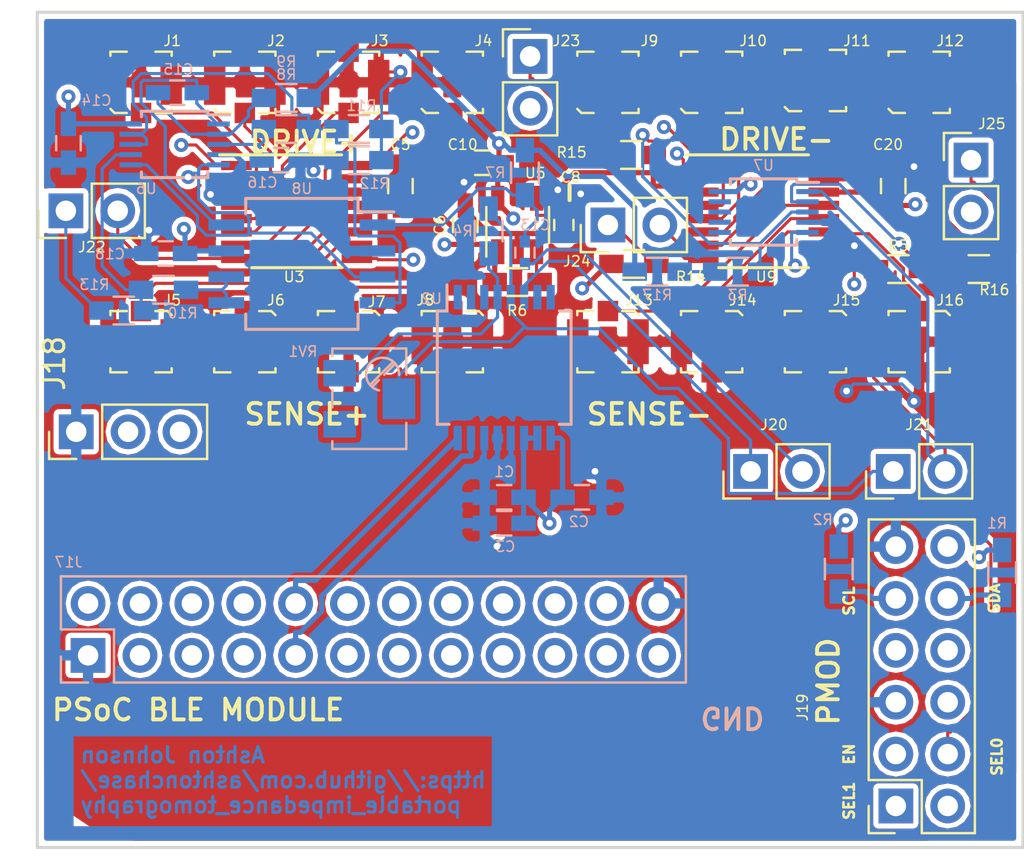
<source format=kicad_pcb>
(kicad_pcb (version 20170123) (host pcbnew "(2017-02-21 revision 35a8d78)-master")
  (title_block (title "Portable Impedance Tomography") (date 2017-09-16) (rev NEW) (company "Ashton Johnson") (comment 1 "University of Alabama in Huntsville"))
  (layers (0 Top signal) (1 In1.Cu mixed) (2 In2.Cu mixed) (31 Bottom signal) (34 B.Paste user hide) (35 F.Paste user hide) (36 B.SilkS user) (37 F.SilkS user) (38 B.Mask user) (39 F.Mask user) (44 Edge.Cuts user))
  (net 0 "")
  (net 1 "Net-(C8-Pad1)")
  (net 2 +2V5)
  (net 3 "/AD5933 Front End/VOUT")
  (net 4 "Net-(C13-Pad1)")
  (net 5 "Net-(C15-Pad1)")
  (net 6 "Net-(C15-Pad2)")
  (net 7 "Net-(C16-Pad2)")
  (net 8 "/AD5933 Front End/SHIELD_DRIVE")
  (net 9 "/Receive Mux/SA1")
  (net 10 "/Receive Mux/SA2")
  (net 11 "/Receive Mux/SA3")
  (net 12 "/Receive Mux/SA4")
  (net 13 "Net-(J5-Pad1)")
  (net 14 "Net-(J6-Pad1)")
  (net 15 "Net-(J7-Pad1)")
  (net 16 "Net-(J8-Pad1)")
  (net 17 "/Transmit Mux/SA1")
  (net 18 "/Transmit Mux/SA2")
  (net 19 "/Transmit Mux/SA3")
  (net 20 "/Transmit Mux/SA4")
  (net 21 "Net-(J13-Pad1)")
  (net 22 "Net-(J14-Pad1)")
  (net 23 "Net-(J15-Pad1)")
  (net 24 "Net-(J16-Pad1)")
  (net 25 GND)
  (net 26 "Net-(J17-Pad21)")
  (net 27 "Net-(J17-Pad20)")
  (net 28 "Net-(J17-Pad19)")
  (net 29 "Net-(J17-Pad18)")
  (net 30 "Net-(J17-Pad17)")
  (net 31 "Net-(J17-Pad16)")
  (net 32 "Net-(J17-Pad15)")
  (net 33 "Net-(J17-Pad14)")
  (net 34 "Net-(J17-Pad13)")
  (net 35 "Net-(J17-Pad12)")
  (net 36 "Net-(J17-Pad11)")
  (net 37 /AD5933/SCL)
  (net 38 /AD5933/SDA)
  (net 39 "/Cypress BLE Headers/SEL0")
  (net 40 "Net-(J17-Pad7)")
  (net 41 "/Cypress BLE Headers/SEL1")
  (net 42 "Net-(J17-Pad5)")
  (net 43 "Net-(J17-Pad3)")
  (net 44 "Net-(J19-Pad8)")
  (net 45 "Net-(J19-Pad7)")
  (net 46 "Net-(J19-Pad2)")
  (net 47 "/AD5933 Front End/VIN")
  (net 48 /AD5933/AD5933_RFB)
  (net 49 "Net-(R6-Pad1)")
  (net 50 "Net-(R11-Pad2)")
  (net 51 "Net-(R10-Pad2)")
  (net 52 "Net-(R10-Pad1)")
  (net 53 "/Receive Mux/DRIVE")
  (net 54 "/Transmit Mux/DRIVE")
  (net 55 VCC)
  (net 56 /AD5933/MCLK)
  (net 57 "Net-(U2-Pad7)")
  (net 58 "Net-(U2-Pad3)")
  (net 59 "Net-(U2-Pad2)")
  (net 60 "Net-(U2-Pad1)")
  (net 61 "/Receive Mux/SENSE")
  (net 62 "/Transmit Mux/SENSE")
  (net 63 /AD5933/VOUT)
  (net 64 /AD5933/VIN)
  (net 65 "/AD5933 Front End/DRIVE_P")
  (net 66 "/AD5933 Front End/SENSE_P")
  (net 67 "/AD5933 Front End/DRIVE_N")
  (net 68 "/AD5933 Front End/SENSE_N")
  (net 69 "Net-(RV1-Pad1)")
  (net 70 "/AD5933 Front End/EN")
  (net 71 "Net-(R17-Pad1)")
  (net 72 "Net-(R15-Pad2)")
  (net 73 "Net-(R16-Pad2)")
  (net 74 "/Auxiliary Analog Connector/AIN")
  (module Capacitors_SMD:C_0603_HandSoldering (layer Bottom) (at 95.504 50.353 270)
    (fp_text reference C14 (at -2.093 -1.3716) (layer B.SilkS) (effects (font (size 0.508 0.508) (thickness 0.0762)) (justify mirror)))
    (fp_text value 100n)
    (pad 1 smd rect (at -0.95 0 270) (size 1.2 0.75) (layers Bottom B.Paste B.Mask) (net 55 VCC))
    (pad 2 smd rect (at 0.95 0 270) (size 1.2 0.75) (layers Bottom B.Paste B.Mask) (net 25 GND))
  )
  (module Socket_Strips:Socket_Strip_Straight_2x06_Pitch2.54mm (layer Top) (at 136.017 82.804 180)
    (fp_text reference J19 (at 4.572 4.826 270) (layer F.SilkS) (effects (font (size 0.508 0.508) (thickness 0.0762))))
    (fp_text value Conn_02x06_Odd_Even)
    (pad 1 thru_hole rect (at 0 0 180) (size 1.7 1.7) (drill 1) (layers *.Cu *.Mask) (net 41 "/Cypress BLE Headers/SEL1"))
    (pad 2 thru_hole oval (at -2.54 0 180) (size 1.7 1.7) (drill 1) (layers *.Cu *.Mask) (net 46 "Net-(J19-Pad2)"))
    (pad 3 thru_hole oval (at 0 2.54 180) (size 1.7 1.7) (drill 1) (layers *.Cu *.Mask) (net 70 "/AD5933 Front End/EN"))
    (pad 4 thru_hole oval (at -2.54 2.54 180) (size 1.7 1.7) (drill 1) (layers *.Cu *.Mask) (net 39 "/Cypress BLE Headers/SEL0"))
    (pad 5 thru_hole oval (at 0 5.08 180) (size 1.7 1.7) (drill 1) (layers *.Cu *.Mask) (net 25 GND))
    (pad 6 thru_hole oval (at -2.54 5.08 180) (size 1.7 1.7) (drill 1) (layers *.Cu *.Mask) (net 55 VCC))
    (pad 7 thru_hole oval (at 0 7.62 180) (size 1.7 1.7) (drill 1) (layers *.Cu *.Mask) (net 45 "Net-(J19-Pad7)"))
    (pad 8 thru_hole oval (at -2.54 7.62 180) (size 1.7 1.7) (drill 1) (layers *.Cu *.Mask) (net 44 "Net-(J19-Pad8)"))
    (pad 9 thru_hole oval (at 0 10.16 180) (size 1.7 1.7) (drill 1) (layers *.Cu *.Mask) (net 37 /AD5933/SCL))
    (pad 10 thru_hole oval (at -2.54 10.16 180) (size 1.7 1.7) (drill 1) (layers *.Cu *.Mask) (net 38 /AD5933/SDA))
    (pad 11 thru_hole oval (at 0 12.7 180) (size 1.7 1.7) (drill 1) (layers *.Cu *.Mask) (net 25 GND))
    (pad 12 thru_hole oval (at -2.54 12.7 180) (size 1.7 1.7) (drill 1) (layers *.Cu *.Mask) (net 55 VCC))
  )
  (module Socket_Strips:Socket_Strip_Straight_2x12_Pitch2.54mm (layer Bottom) (at 96.466 75.4296 270)
    (fp_text reference J17 (at -4.5636 0.962) (layer B.SilkS) (effects (font (size 0.508 0.508) (thickness 0.0762)) (justify mirror)))
    (fp_text value Conn_02x12_Odd_Even)
    (pad 1 thru_hole rect (at 0 0 270) (size 1.7 1.7) (drill 1) (layers *.Cu *.Mask) (net 25 GND))
    (pad 2 thru_hole oval (at -2.54 0 270) (size 1.7 1.7) (drill 1) (layers *.Cu *.Mask) (net 55 VCC))
    (pad 3 thru_hole oval (at 0 -2.54 270) (size 1.7 1.7) (drill 1) (layers *.Cu *.Mask) (net 43 "Net-(J17-Pad3)"))
    (pad 4 thru_hole oval (at -2.54 -2.54 270) (size 1.7 1.7) (drill 1) (layers *.Cu *.Mask) (net 70 "/AD5933 Front End/EN"))
    (pad 5 thru_hole oval (at 0 -5.08 270) (size 1.7 1.7) (drill 1) (layers *.Cu *.Mask) (net 42 "Net-(J17-Pad5)"))
    (pad 6 thru_hole oval (at -2.54 -5.08 270) (size 1.7 1.7) (drill 1) (layers *.Cu *.Mask) (net 41 "/Cypress BLE Headers/SEL1"))
    (pad 7 thru_hole oval (at 0 -7.62 270) (size 1.7 1.7) (drill 1) (layers *.Cu *.Mask) (net 40 "Net-(J17-Pad7)"))
    (pad 8 thru_hole oval (at -2.54 -7.62 270) (size 1.7 1.7) (drill 1) (layers *.Cu *.Mask) (net 39 "/Cypress BLE Headers/SEL0"))
    (pad 9 thru_hole oval (at 0 -10.16 270) (size 1.7 1.7) (drill 1) (layers *.Cu *.Mask) (net 38 /AD5933/SDA))
    (pad 10 thru_hole oval (at -2.54 -10.16 270) (size 1.7 1.7) (drill 1) (layers *.Cu *.Mask) (net 37 /AD5933/SCL))
    (pad 11 thru_hole oval (at 0 -12.7 270) (size 1.7 1.7) (drill 1) (layers *.Cu *.Mask) (net 36 "Net-(J17-Pad11)"))
    (pad 12 thru_hole oval (at -2.54 -12.7 270) (size 1.7 1.7) (drill 1) (layers *.Cu *.Mask) (net 35 "Net-(J17-Pad12)"))
    (pad 13 thru_hole oval (at 0 -15.24 270) (size 1.7 1.7) (drill 1) (layers *.Cu *.Mask) (net 34 "Net-(J17-Pad13)"))
    (pad 14 thru_hole oval (at -2.54 -15.24 270) (size 1.7 1.7) (drill 1) (layers *.Cu *.Mask) (net 33 "Net-(J17-Pad14)"))
    (pad 15 thru_hole oval (at 0 -17.78 270) (size 1.7 1.7) (drill 1) (layers *.Cu *.Mask) (net 32 "Net-(J17-Pad15)"))
    (pad 16 thru_hole oval (at -2.54 -17.78 270) (size 1.7 1.7) (drill 1) (layers *.Cu *.Mask) (net 31 "Net-(J17-Pad16)"))
    (pad 17 thru_hole oval (at 0 -20.32 270) (size 1.7 1.7) (drill 1) (layers *.Cu *.Mask) (net 30 "Net-(J17-Pad17)"))
    (pad 18 thru_hole oval (at -2.54 -20.32 270) (size 1.7 1.7) (drill 1) (layers *.Cu *.Mask) (net 29 "Net-(J17-Pad18)"))
    (pad 19 thru_hole oval (at 0 -22.86 270) (size 1.7 1.7) (drill 1) (layers *.Cu *.Mask) (net 28 "Net-(J17-Pad19)"))
    (pad 20 thru_hole oval (at -2.54 -22.86 270) (size 1.7 1.7) (drill 1) (layers *.Cu *.Mask) (net 27 "Net-(J17-Pad20)"))
    (pad 21 thru_hole oval (at 0 -25.4 270) (size 1.7 1.7) (drill 1) (layers *.Cu *.Mask) (net 26 "Net-(J17-Pad21)"))
    (pad 22 thru_hole oval (at -2.54 -25.4 270) (size 1.7 1.7) (drill 1) (layers *.Cu *.Mask) (net 74 "/Auxiliary Analog Connector/AIN"))
    (pad 23 thru_hole oval (at 0 -27.94 270) (size 1.7 1.7) (drill 1) (layers *.Cu *.Mask) (net 55 VCC))
    (pad 24 thru_hole oval (at -2.54 -27.94 270) (size 1.7 1.7) (drill 1) (layers *.Cu *.Mask) (net 25 GND))
  )
  (module Capacitors_SMD:C_0603_HandSoldering (layer Bottom) (at 116.84 67.691 180)
    (fp_text reference C1 (at 0 1.25 180) (layer B.SilkS) (effects (font (size 0.508 0.508) (thickness 0.0762)) (justify mirror)))
    (fp_text value 0.1uF)
    (pad 1 smd rect (at -0.95 0 180) (size 1.2 0.75) (layers Bottom B.Paste B.Mask) (net 55 VCC))
    (pad 2 smd rect (at 0.95 0 180) (size 1.2 0.75) (layers Bottom B.Paste B.Mask) (net 25 GND))
  )
  (module Capacitors_SMD:C_0603_HandSoldering (layer Bottom) (at 120.65 67.691)
    (fp_text reference C2 (at -0.1524 1.1938) (layer B.SilkS) (effects (font (size 0.508 0.508) (thickness 0.0762)) (justify mirror)))
    (fp_text value 0.1uF)
    (pad 2 smd rect (at 0.95 0) (size 1.2 0.75) (layers Bottom B.Paste B.Mask) (net 25 GND))
    (pad 1 smd rect (at -0.95 0) (size 1.2 0.75) (layers Bottom B.Paste B.Mask) (net 55 VCC))
  )
  (module Capacitors_SMD:C_0603_HandSoldering (layer Bottom) (at 116.84 68.961 180)
    (fp_text reference C3 (at -0.0508 -1.143 180) (layer B.SilkS) (effects (font (size 0.508 0.508) (thickness 0.0762)) (justify mirror)))
    (fp_text value 10uF)
    (pad 2 smd rect (at 0.95 0 180) (size 1.2 0.75) (layers Bottom B.Paste B.Mask) (net 25 GND))
    (pad 1 smd rect (at -0.95 0 180) (size 1.2 0.75) (layers Bottom B.Paste B.Mask) (net 55 VCC))
  )
  (module Capacitors_SMD:C_0603_HandSoldering (layer Top) (at 111.76 52.451 90)
    (fp_text reference C5 (at 2.032 0 180) (layer F.SilkS) (effects (font (size 0.508 0.508) (thickness 0.0762))))
    (fp_text value 0.1u)
    (pad 2 smd rect (at 0.95 0 90) (size 1.2 0.75) (layers Top F.Paste F.Mask) (net 25 GND))
    (pad 1 smd rect (at -0.95 0 90) (size 1.2 0.75) (layers Top F.Paste F.Mask) (net 55 VCC))
  )
  (module Capacitors_SMD:C_0603_HandSoldering (layer Top) (at 114.935 54.356 90)
    (fp_text reference C6 (at 0 -1.25 90) (layer F.SilkS) (effects (font (size 0.508 0.508) (thickness 0.0762))))
    (fp_text value 1u)
    (pad 2 smd rect (at 0.95 0 90) (size 1.2 0.75) (layers Top F.Paste F.Mask) (net 25 GND))
    (pad 1 smd rect (at -0.95 0 90) (size 1.2 0.75) (layers Top F.Paste F.Mask) (net 55 VCC))
  )
  (module Capacitors_SMD:C_0402 (layer Top) (at 119.761 54.356 270)
    (fp_text reference C8 (at -2.3368 -0.3302) (layer F.SilkS) (effects (font (size 0.508 0.508) (thickness 0.0762))))
    (fp_text value 10n)
    (pad 1 smd rect (at -0.55 0 270) (size 0.6 0.5) (layers Top F.Paste F.Mask) (net 1 "Net-(C8-Pad1)"))
    (pad 2 smd rect (at 0.55 0 270) (size 0.6 0.5) (layers Top F.Paste F.Mask) (net 25 GND))
  )
  (module Capacitors_SMD:C_0603_HandSoldering (layer Top) (at 115.763 51.308 180)
    (fp_text reference C10 (at 0.955 0.889 180) (layer F.SilkS) (effects (font (size 0.508 0.508) (thickness 0.0762))))
    (fp_text value 1u)
    (pad 1 smd rect (at -0.95 0 180) (size 1.2 0.75) (layers Top F.Paste F.Mask) (net 2 +2V5))
    (pad 2 smd rect (at 0.95 0 180) (size 1.2 0.75) (layers Top F.Paste F.Mask) (net 25 GND))
  )
  (module Capacitors_SMD:C_0402 (layer Bottom) (at 117.856 55.711 270)
    (fp_text reference C13 (at -1.355 -0.508) (layer B.SilkS) (effects (font (size 0.508 0.508) (thickness 0.0762)) (justify mirror)))
    (fp_text value 33n)
    (pad 2 smd rect (at 0.55 0 270) (size 0.6 0.5) (layers Bottom B.Paste B.Mask) (net 3 "/AD5933 Front End/VOUT"))
    (pad 1 smd rect (at -0.55 0 270) (size 0.6 0.5) (layers Bottom B.Paste B.Mask) (net 4 "Net-(C13-Pad1)"))
  )
  (module Capacitors_SMD:C_0603_HandSoldering (layer Bottom) (at 100.838 47.879)
    (fp_text reference C15 (at 0.0508 -1.143) (layer B.SilkS) (effects (font (size 0.508 0.508) (thickness 0.0762)) (justify mirror)))
    (fp_text value 1u)
    (pad 1 smd rect (at -0.95 0) (size 1.2 0.75) (layers Bottom B.Paste B.Mask) (net 5 "Net-(C15-Pad1)"))
    (pad 2 smd rect (at 0.95 0) (size 1.2 0.75) (layers Bottom B.Paste B.Mask) (net 6 "Net-(C15-Pad2)"))
  )
  (module Capacitors_SMD:C_0603_HandSoldering (layer Bottom) (at 105.918 51.181 180)
    (fp_text reference C16 (at 0.9144 -1.0922 180) (layer B.SilkS) (effects (font (size 0.508 0.508) (thickness 0.0762)) (justify mirror)))
    (fp_text value 1u)
    (pad 2 smd rect (at 0.95 0 180) (size 1.2 0.75) (layers Bottom B.Paste B.Mask) (net 7 "Net-(C16-Pad2)"))
    (pad 1 smd rect (at -0.95 0 180) (size 1.2 0.75) (layers Bottom B.Paste B.Mask) (net 25 GND))
  )
  (module Capacitors_SMD:C_0603_HandSoldering (layer Bottom) (at 100.264 55.753 180)
    (fp_text reference C18 (at 2.728 -0.0254 180) (layer B.SilkS) (effects (font (size 0.508 0.508) (thickness 0.0762)) (justify mirror)))
    (fp_text value 100n)
    (pad 2 smd rect (at 0.95 0 180) (size 1.2 0.75) (layers Bottom B.Paste B.Mask) (net 25 GND))
    (pad 1 smd rect (at -0.95 0 180) (size 1.2 0.75) (layers Bottom B.Paste B.Mask) (net 55 VCC))
  )
  (module Capacitors_SMD:C_0603_HandSoldering (layer Top) (at 135.89 52.451 90)
    (fp_text reference C20 (at 2.032 -0.254 180) (layer F.SilkS) (effects (font (size 0.508 0.508) (thickness 0.0762))))
    (fp_text value 0.1u)
    (pad 1 smd rect (at -0.95 0 90) (size 1.2 0.75) (layers Top F.Paste F.Mask) (net 55 VCC))
    (pad 2 smd rect (at 0.95 0 90) (size 1.2 0.75) (layers Top F.Paste F.Mask) (net 25 GND))
  )
  (module Connectors_Molex:Molex_Microcoaxial_RF (layer Top) (at 99.06 47.371)
    (fp_text reference J1 (at 1.524 -2.032) (layer F.SilkS) (effects (font (size 0.508 0.508) (thickness 0.0762))))
    (fp_text value UMC)
    (pad 2 smd rect (at -1.475 0) (size 1.05 2.2) (layers Top F.Paste F.Mask) (net 8 "/AD5933 Front End/SHIELD_DRIVE"))
    (pad 2 smd rect (at 1.475 0) (size 1.05 2.2) (layers Top F.Paste F.Mask) (net 8 "/AD5933 Front End/SHIELD_DRIVE"))
    (pad 2 smd rect (at 0 -1.5) (size 1 1) (layers Top F.Paste F.Mask) (net 8 "/AD5933 Front End/SHIELD_DRIVE"))
    (pad 1 smd rect (at 0 1.5) (size 1 1) (layers Top F.Paste F.Mask) (net 9 "/Receive Mux/SA1"))
  )
  (module Connectors_Molex:Molex_Microcoaxial_RF (layer Top) (at 104.14 47.371)
    (fp_text reference J2 (at 1.524 -2.032) (layer F.SilkS) (effects (font (size 0.508 0.508) (thickness 0.0762))))
    (fp_text value UMC)
    (pad 2 smd rect (at -1.475 0) (size 1.05 2.2) (layers Top F.Paste F.Mask) (net 8 "/AD5933 Front End/SHIELD_DRIVE"))
    (pad 2 smd rect (at 1.475 0) (size 1.05 2.2) (layers Top F.Paste F.Mask) (net 8 "/AD5933 Front End/SHIELD_DRIVE"))
    (pad 2 smd rect (at 0 -1.5) (size 1 1) (layers Top F.Paste F.Mask) (net 8 "/AD5933 Front End/SHIELD_DRIVE"))
    (pad 1 smd rect (at 0 1.5) (size 1 1) (layers Top F.Paste F.Mask) (net 10 "/Receive Mux/SA2"))
  )
  (module Connectors_Molex:Molex_Microcoaxial_RF (layer Top) (at 109.22 47.371)
    (fp_text reference J3 (at 1.524 -2.032) (layer F.SilkS) (effects (font (size 0.508 0.508) (thickness 0.0762))))
    (fp_text value UMC)
    (pad 2 smd rect (at -1.475 0) (size 1.05 2.2) (layers Top F.Paste F.Mask) (net 8 "/AD5933 Front End/SHIELD_DRIVE"))
    (pad 2 smd rect (at 1.475 0) (size 1.05 2.2) (layers Top F.Paste F.Mask) (net 8 "/AD5933 Front End/SHIELD_DRIVE"))
    (pad 2 smd rect (at 0 -1.5) (size 1 1) (layers Top F.Paste F.Mask) (net 8 "/AD5933 Front End/SHIELD_DRIVE"))
    (pad 1 smd rect (at 0 1.5) (size 1 1) (layers Top F.Paste F.Mask) (net 11 "/Receive Mux/SA3"))
  )
  (module Connectors_Molex:Molex_Microcoaxial_RF (layer Top) (at 114.3 47.371)
    (fp_text reference J4 (at 1.524 -2.032) (layer F.SilkS) (effects (font (size 0.508 0.508) (thickness 0.0762))))
    (fp_text value UMC)
    (pad 1 smd rect (at 0 1.5) (size 1 1) (layers Top F.Paste F.Mask) (net 12 "/Receive Mux/SA4"))
    (pad 2 smd rect (at 0 -1.5) (size 1 1) (layers Top F.Paste F.Mask) (net 8 "/AD5933 Front End/SHIELD_DRIVE"))
    (pad 2 smd rect (at 1.475 0) (size 1.05 2.2) (layers Top F.Paste F.Mask) (net 8 "/AD5933 Front End/SHIELD_DRIVE"))
    (pad 2 smd rect (at -1.475 0) (size 1.05 2.2) (layers Top F.Paste F.Mask) (net 8 "/AD5933 Front End/SHIELD_DRIVE"))
  )
  (module Connectors_Molex:Molex_Microcoaxial_RF (layer Top) (at 99.06 60.071 180)
    (fp_text reference J5 (at -1.524 2.032 180) (layer F.SilkS) (effects (font (size 0.508 0.508) (thickness 0.0762))))
    (fp_text value UMC)
    (pad 2 smd rect (at -1.475 0 180) (size 1.05 2.2) (layers Top F.Paste F.Mask) (net 8 "/AD5933 Front End/SHIELD_DRIVE"))
    (pad 2 smd rect (at 1.475 0 180) (size 1.05 2.2) (layers Top F.Paste F.Mask) (net 8 "/AD5933 Front End/SHIELD_DRIVE"))
    (pad 2 smd rect (at 0 -1.5 180) (size 1 1) (layers Top F.Paste F.Mask) (net 8 "/AD5933 Front End/SHIELD_DRIVE"))
    (pad 1 smd rect (at 0 1.5 180) (size 1 1) (layers Top F.Paste F.Mask) (net 13 "Net-(J5-Pad1)"))
  )
  (module Connectors_Molex:Molex_Microcoaxial_RF (layer Top) (at 104.14 60.071 180)
    (fp_text reference J6 (at -1.524 2.032 180) (layer F.SilkS) (effects (font (size 0.508 0.508) (thickness 0.0762))))
    (fp_text value UMC)
    (pad 1 smd rect (at 0 1.5 180) (size 1 1) (layers Top F.Paste F.Mask) (net 14 "Net-(J6-Pad1)"))
    (pad 2 smd rect (at 0 -1.5 180) (size 1 1) (layers Top F.Paste F.Mask) (net 8 "/AD5933 Front End/SHIELD_DRIVE"))
    (pad 2 smd rect (at 1.475 0 180) (size 1.05 2.2) (layers Top F.Paste F.Mask) (net 8 "/AD5933 Front End/SHIELD_DRIVE"))
    (pad 2 smd rect (at -1.475 0 180) (size 1.05 2.2) (layers Top F.Paste F.Mask) (net 8 "/AD5933 Front End/SHIELD_DRIVE"))
  )
  (module Connectors_Molex:Molex_Microcoaxial_RF (layer Top) (at 109.22 60.071 180)
    (fp_text reference J7 (at -1.3716 1.9558 180) (layer F.SilkS) (effects (font (size 0.508 0.508) (thickness 0.0762))))
    (fp_text value UMC)
    (pad 2 smd rect (at -1.475 0 180) (size 1.05 2.2) (layers Top F.Paste F.Mask) (net 8 "/AD5933 Front End/SHIELD_DRIVE"))
    (pad 2 smd rect (at 1.475 0 180) (size 1.05 2.2) (layers Top F.Paste F.Mask) (net 8 "/AD5933 Front End/SHIELD_DRIVE"))
    (pad 2 smd rect (at 0 -1.5 180) (size 1 1) (layers Top F.Paste F.Mask) (net 8 "/AD5933 Front End/SHIELD_DRIVE"))
    (pad 1 smd rect (at 0 1.5 180) (size 1 1) (layers Top F.Paste F.Mask) (net 15 "Net-(J7-Pad1)"))
  )
  (module Connectors_Molex:Molex_Microcoaxial_RF (layer Top) (at 114.3 60.071 180)
    (fp_text reference J8 (at 1.3208 2.032 180) (layer F.SilkS) (effects (font (size 0.508 0.508) (thickness 0.0762))))
    (fp_text value UMC)
    (pad 2 smd rect (at -1.475 0 180) (size 1.05 2.2) (layers Top F.Paste F.Mask) (net 8 "/AD5933 Front End/SHIELD_DRIVE"))
    (pad 2 smd rect (at 1.475 0 180) (size 1.05 2.2) (layers Top F.Paste F.Mask) (net 8 "/AD5933 Front End/SHIELD_DRIVE"))
    (pad 2 smd rect (at 0 -1.5 180) (size 1 1) (layers Top F.Paste F.Mask) (net 8 "/AD5933 Front End/SHIELD_DRIVE"))
    (pad 1 smd rect (at 0 1.5 180) (size 1 1) (layers Top F.Paste F.Mask) (net 16 "Net-(J8-Pad1)"))
  )
  (module Connectors_Molex:Molex_Microcoaxial_RF (layer Top) (at 121.92 47.371)
    (fp_text reference J9 (at 2.032 -2.032) (layer F.SilkS) (effects (font (size 0.508 0.508) (thickness 0.0762))))
    (fp_text value UMC)
    (pad 1 smd rect (at 0 1.5) (size 1 1) (layers Top F.Paste F.Mask) (net 17 "/Transmit Mux/SA1"))
    (pad 2 smd rect (at 0 -1.5) (size 1 1) (layers Top F.Paste F.Mask) (net 8 "/AD5933 Front End/SHIELD_DRIVE"))
    (pad 2 smd rect (at 1.475 0) (size 1.05 2.2) (layers Top F.Paste F.Mask) (net 8 "/AD5933 Front End/SHIELD_DRIVE"))
    (pad 2 smd rect (at -1.475 0) (size 1.05 2.2) (layers Top F.Paste F.Mask) (net 8 "/AD5933 Front End/SHIELD_DRIVE"))
  )
  (module Connectors_Molex:Molex_Microcoaxial_RF (layer Top) (at 127 47.371)
    (fp_text reference J10 (at 2.032 -2.032) (layer F.SilkS) (effects (font (size 0.508 0.508) (thickness 0.0762))))
    (fp_text value UMC)
    (pad 1 smd rect (at 0 1.5) (size 1 1) (layers Top F.Paste F.Mask) (net 18 "/Transmit Mux/SA2"))
    (pad 2 smd rect (at 0 -1.5) (size 1 1) (layers Top F.Paste F.Mask) (net 8 "/AD5933 Front End/SHIELD_DRIVE"))
    (pad 2 smd rect (at 1.475 0) (size 1.05 2.2) (layers Top F.Paste F.Mask) (net 8 "/AD5933 Front End/SHIELD_DRIVE"))
    (pad 2 smd rect (at -1.475 0) (size 1.05 2.2) (layers Top F.Paste F.Mask) (net 8 "/AD5933 Front End/SHIELD_DRIVE"))
  )
  (module Connectors_Molex:Molex_Microcoaxial_RF (layer Top) (at 132.08 47.282)
    (fp_text reference J11 (at 2.032 -1.943) (layer F.SilkS) (effects (font (size 0.508 0.508) (thickness 0.0762))))
    (fp_text value UMC)
    (pad 1 smd rect (at 0 1.5) (size 1 1) (layers Top F.Paste F.Mask) (net 19 "/Transmit Mux/SA3"))
    (pad 2 smd rect (at 0 -1.5) (size 1 1) (layers Top F.Paste F.Mask) (net 8 "/AD5933 Front End/SHIELD_DRIVE"))
    (pad 2 smd rect (at 1.475 0) (size 1.05 2.2) (layers Top F.Paste F.Mask) (net 8 "/AD5933 Front End/SHIELD_DRIVE"))
    (pad 2 smd rect (at -1.475 0) (size 1.05 2.2) (layers Top F.Paste F.Mask) (net 8 "/AD5933 Front End/SHIELD_DRIVE"))
  )
  (module Connectors_Molex:Molex_Microcoaxial_RF (layer Top) (at 137.16 47.371)
    (fp_text reference J12 (at 1.524 -2.032) (layer F.SilkS) (effects (font (size 0.508 0.508) (thickness 0.0762))))
    (fp_text value UMC)
    (pad 1 smd rect (at 0 1.5) (size 1 1) (layers Top F.Paste F.Mask) (net 20 "/Transmit Mux/SA4"))
    (pad 2 smd rect (at 0 -1.5) (size 1 1) (layers Top F.Paste F.Mask) (net 8 "/AD5933 Front End/SHIELD_DRIVE"))
    (pad 2 smd rect (at 1.475 0) (size 1.05 2.2) (layers Top F.Paste F.Mask) (net 8 "/AD5933 Front End/SHIELD_DRIVE"))
    (pad 2 smd rect (at -1.475 0) (size 1.05 2.2) (layers Top F.Paste F.Mask) (net 8 "/AD5933 Front End/SHIELD_DRIVE"))
  )
  (module Connectors_Molex:Molex_Microcoaxial_RF (layer Top) (at 121.92 60.071 180)
    (fp_text reference J13 (at -1.524 2.032 180) (layer F.SilkS) (effects (font (size 0.508 0.508) (thickness 0.0762))))
    (fp_text value UMC)
    (pad 2 smd rect (at -1.475 0 180) (size 1.05 2.2) (layers Top F.Paste F.Mask) (net 8 "/AD5933 Front End/SHIELD_DRIVE"))
    (pad 2 smd rect (at 1.475 0 180) (size 1.05 2.2) (layers Top F.Paste F.Mask) (net 8 "/AD5933 Front End/SHIELD_DRIVE"))
    (pad 2 smd rect (at 0 -1.5 180) (size 1 1) (layers Top F.Paste F.Mask) (net 8 "/AD5933 Front End/SHIELD_DRIVE"))
    (pad 1 smd rect (at 0 1.5 180) (size 1 1) (layers Top F.Paste F.Mask) (net 21 "Net-(J13-Pad1)"))
  )
  (module Connectors_Molex:Molex_Microcoaxial_RF (layer Top) (at 127 60.071 180)
    (fp_text reference J14 (at -1.524 2.032 180) (layer F.SilkS) (effects (font (size 0.508 0.508) (thickness 0.0762))))
    (fp_text value UMC)
    (pad 1 smd rect (at 0 1.5 180) (size 1 1) (layers Top F.Paste F.Mask) (net 22 "Net-(J14-Pad1)"))
    (pad 2 smd rect (at 0 -1.5 180) (size 1 1) (layers Top F.Paste F.Mask) (net 8 "/AD5933 Front End/SHIELD_DRIVE"))
    (pad 2 smd rect (at 1.475 0 180) (size 1.05 2.2) (layers Top F.Paste F.Mask) (net 8 "/AD5933 Front End/SHIELD_DRIVE"))
    (pad 2 smd rect (at -1.475 0 180) (size 1.05 2.2) (layers Top F.Paste F.Mask) (net 8 "/AD5933 Front End/SHIELD_DRIVE"))
  )
  (module Connectors_Molex:Molex_Microcoaxial_RF (layer Top) (at 132.08 60.071 180)
    (fp_text reference J15 (at -1.524 2.032 180) (layer F.SilkS) (effects (font (size 0.508 0.508) (thickness 0.0762))))
    (fp_text value UMC)
    (pad 2 smd rect (at -1.475 0 180) (size 1.05 2.2) (layers Top F.Paste F.Mask) (net 8 "/AD5933 Front End/SHIELD_DRIVE"))
    (pad 2 smd rect (at 1.475 0 180) (size 1.05 2.2) (layers Top F.Paste F.Mask) (net 8 "/AD5933 Front End/SHIELD_DRIVE"))
    (pad 2 smd rect (at 0 -1.5 180) (size 1 1) (layers Top F.Paste F.Mask) (net 8 "/AD5933 Front End/SHIELD_DRIVE"))
    (pad 1 smd rect (at 0 1.5 180) (size 1 1) (layers Top F.Paste F.Mask) (net 23 "Net-(J15-Pad1)"))
  )
  (module Connectors_Molex:Molex_Microcoaxial_RF (layer Top) (at 137.16 60.071 180)
    (fp_text reference J16 (at -1.524 2.032 180) (layer F.SilkS) (effects (font (size 0.508 0.508) (thickness 0.0762))))
    (fp_text value UMC)
    (pad 1 smd rect (at 0 1.5 180) (size 1 1) (layers Top F.Paste F.Mask) (net 24 "Net-(J16-Pad1)"))
    (pad 2 smd rect (at 0 -1.5 180) (size 1 1) (layers Top F.Paste F.Mask) (net 8 "/AD5933 Front End/SHIELD_DRIVE"))
    (pad 2 smd rect (at 1.475 0 180) (size 1.05 2.2) (layers Top F.Paste F.Mask) (net 8 "/AD5933 Front End/SHIELD_DRIVE"))
    (pad 2 smd rect (at -1.475 0 180) (size 1.05 2.2) (layers Top F.Paste F.Mask) (net 8 "/AD5933 Front End/SHIELD_DRIVE"))
  )
  (module Resistors_SMD:R_0603_HandSoldering (layer Bottom) (at 141.224 71.374 270)
    (fp_text reference R1 (at -2.413 0.254) (layer B.SilkS) (effects (font (size 0.508 0.508) (thickness 0.0762)) (justify mirror)))
    (fp_text value 4.7k)
    (pad 1 smd rect (at -1.1 0 270) (size 1.2 0.9) (layers Bottom B.Paste B.Mask) (net 55 VCC))
    (pad 2 smd rect (at 1.1 0 270) (size 1.2 0.9) (layers Bottom B.Paste B.Mask) (net 38 /AD5933/SDA))
  )
  (module Resistors_SMD:R_0603_HandSoldering (layer Bottom) (at 133.223 71.204 270)
    (fp_text reference R2 (at -2.4208 0.7874) (layer B.SilkS) (effects (font (size 0.508 0.508) (thickness 0.0762)) (justify mirror)))
    (fp_text value 4.7k)
    (pad 2 smd rect (at 1.1 0 270) (size 1.2 0.9) (layers Bottom B.Paste B.Mask) (net 37 /AD5933/SCL))
    (pad 1 smd rect (at -1.1 0 270) (size 1.2 0.9) (layers Bottom B.Paste B.Mask) (net 55 VCC))
  )
  (module Resistors_SMD:R_0603_HandSoldering (layer Bottom) (at 116.078 54.653 270)
    (fp_text reference R4 (at 0 1.27) (layer B.SilkS) (effects (font (size 0.508 0.508) (thickness 0.0762)) (justify mirror)))
    (fp_text value 0)
    (pad 1 smd rect (at -1.1 0 270) (size 1.2 0.9) (layers Bottom B.Paste B.Mask) (net 64 /AD5933/VIN))
    (pad 2 smd rect (at 1.1 0 270) (size 1.2 0.9) (layers Bottom B.Paste B.Mask) (net 48 /AD5933/AD5933_RFB))
  )
  (module Resistors_SMD:R_0603_HandSoldering (layer Top) (at 117.475 57.15 180)
    (fp_text reference R6 (at 0 -1.397 180) (layer F.SilkS) (effects (font (size 0.508 0.508) (thickness 0.0762))))
    (fp_text value 1k)
    (pad 2 smd rect (at 1.1 0 180) (size 1.2 0.9) (layers Top F.Paste F.Mask) (net 55 VCC))
    (pad 1 smd rect (at -1.1 0 180) (size 1.2 0.9) (layers Top F.Paste F.Mask) (net 49 "Net-(R6-Pad1)"))
  )
  (module Resistors_SMD:R_0603_HandSoldering (layer Bottom) (at 117.856 51.7955 270)
    (fp_text reference R7 (at 0 1.45) (layer B.SilkS) (effects (font (size 0.508 0.508) (thickness 0.0762)) (justify mirror)))
    (fp_text value 75k)
    (pad 1 smd rect (at -1.1 0 270) (size 1.2 0.9) (layers Bottom B.Paste B.Mask) (net 2 +2V5))
    (pad 2 smd rect (at 1.1 0 270) (size 1.2 0.9) (layers Bottom B.Paste B.Mask) (net 4 "Net-(C13-Pad1)"))
  )
  (module Resistors_SMD:R_0603_HandSoldering (layer Bottom) (at 106.172 49.657 180)
    (fp_text reference R8 (at 0 2.667 180) (layer B.SilkS) (effects (font (size 0.508 0.508) (thickness 0.0762)) (justify mirror)))
    (fp_text value 1M)
    (pad 2 smd rect (at 1.1 0 180) (size 1.2 0.9) (layers Bottom B.Paste B.Mask) (net 7 "Net-(C16-Pad2)"))
    (pad 1 smd rect (at -1.1 0 180) (size 1.2 0.9) (layers Bottom B.Paste B.Mask) (net 50 "Net-(R11-Pad2)"))
  )
  (module Resistors_SMD:R_0603_HandSoldering (layer Bottom) (at 106.172 48.133 180)
    (fp_text reference R9 (at 0 1.778 180) (layer B.SilkS) (effects (font (size 0.508 0.508) (thickness 0.0762)) (justify mirror)))
    (fp_text value 1M)
    (pad 1 smd rect (at -1.1 0 180) (size 1.2 0.9) (layers Bottom B.Paste B.Mask) (net 2 +2V5))
    (pad 2 smd rect (at 1.1 0 180) (size 1.2 0.9) (layers Bottom B.Paste B.Mask) (net 5 "Net-(C15-Pad1)"))
  )
  (module Resistors_SMD:R_0603_HandSoldering (layer Bottom) (at 100.16 57.531)
    (fp_text reference R10 (at 0.932 1.143) (layer B.SilkS) (effects (font (size 0.508 0.508) (thickness 0.0762)) (justify mirror)))
    (fp_text value 1k)
    (pad 2 smd rect (at 1.1 0) (size 1.2 0.9) (layers Bottom B.Paste B.Mask) (net 51 "Net-(R10-Pad2)"))
    (pad 1 smd rect (at -1.1 0) (size 1.2 0.9) (layers Bottom B.Paste B.Mask) (net 52 "Net-(R10-Pad1)"))
  )
  (module Resistors_SMD:R_0603_HandSoldering (layer Bottom) (at 109.728 49.657 180)
    (fp_text reference R11 (at -0.127 1.143 180) (layer B.SilkS) (effects (font (size 0.508 0.508) (thickness 0.0762)) (justify mirror)))
    (fp_text value 75)
    (pad 2 smd rect (at 1.1 0 180) (size 1.2 0.9) (layers Bottom B.Paste B.Mask) (net 50 "Net-(R11-Pad2)"))
    (pad 1 smd rect (at -1.1 0 180) (size 1.2 0.9) (layers Bottom B.Paste B.Mask) (net 8 "/AD5933 Front End/SHIELD_DRIVE"))
  )
  (module Resistors_SMD:R_0603_HandSoldering (layer Bottom) (at 109.728 51.181)
    (fp_text reference R12 (at 0.762 1.143) (layer B.SilkS) (effects (font (size 0.508 0.508) (thickness 0.0762)) (justify mirror)))
    (fp_text value 10k)
    (pad 1 smd rect (at -1.1 0) (size 1.2 0.9) (layers Bottom B.Paste B.Mask) (net 25 GND))
    (pad 2 smd rect (at 1.1 0) (size 1.2 0.9) (layers Bottom B.Paste B.Mask) (net 8 "/AD5933 Front End/SHIELD_DRIVE"))
  )
  (module Resistors_SMD:R_0603_HandSoldering (layer Bottom) (at 98.214 58.547)
    (fp_text reference R13 (at -1.44 -1.27) (layer B.SilkS) (effects (font (size 0.508 0.508) (thickness 0.0762)) (justify mirror)))
    (fp_text value 0)
    (pad 1 smd rect (at -1.1 0) (size 1.2 0.9) (layers Bottom B.Paste B.Mask) (net 65 "/AD5933 Front End/DRIVE_P"))
    (pad 2 smd rect (at 1.1 0) (size 1.2 0.9) (layers Bottom B.Paste B.Mask) (net 52 "Net-(R10-Pad1)"))
  )
  (module Resistors_SMD:R_0603_HandSoldering (layer Top) (at 123.19 56.261 180)
    (fp_text reference R14 (at -2.794 -0.635 180) (layer F.SilkS) (effects (font (size 0.508 0.508) (thickness 0.0762))))
    (fp_text value 0)
    (pad 2 smd rect (at 1.1 0 180) (size 1.2 0.9) (layers Top F.Paste F.Mask) (net 2 +2V5))
    (pad 1 smd rect (at -1.1 0 180) (size 1.2 0.9) (layers Top F.Paste F.Mask) (net 67 "/AD5933 Front End/DRIVE_N"))
  )
  (module Housings_SSOP:SSOP-16_5.3x6.2mm_Pitch0.65mm (layer Bottom) (at 116.84 61.341 270)
    (fp_text reference U2 (at -3.3782 3.556) (layer B.SilkS) (effects (font (size 0.508 0.508) (thickness 0.0762)) (justify mirror)))
    (fp_text value AD5933)
    (pad 16 smd rect (at 3.45 2.275 270) (size 1.2 0.4) (layers Bottom B.Paste B.Mask) (net 37 /AD5933/SCL))
    (pad 15 smd rect (at 3.45 1.625 270) (size 1.2 0.4) (layers Bottom B.Paste B.Mask) (net 38 /AD5933/SDA))
    (pad 14 smd rect (at 3.45 0.975 270) (size 1.2 0.4) (layers Bottom B.Paste B.Mask) (net 25 GND))
    (pad 13 smd rect (at 3.45 0.325 270) (size 1.2 0.4) (layers Bottom B.Paste B.Mask) (net 25 GND))
    (pad 12 smd rect (at 3.45 -0.325 270) (size 1.2 0.4) (layers Bottom B.Paste B.Mask) (net 25 GND))
    (pad 11 smd rect (at 3.45 -0.975 270) (size 1.2 0.4) (layers Bottom B.Paste B.Mask) (net 55 VCC))
    (pad 10 smd rect (at 3.45 -1.625 270) (size 1.2 0.4) (layers Bottom B.Paste B.Mask) (net 55 VCC))
    (pad 9 smd rect (at 3.45 -2.275 270) (size 1.2 0.4) (layers Bottom B.Paste B.Mask) (net 55 VCC))
    (pad 8 smd rect (at -3.45 -2.275 270) (size 1.2 0.4) (layers Bottom B.Paste B.Mask) (net 56 /AD5933/MCLK))
    (pad 7 smd rect (at -3.45 -1.625 270) (size 1.2 0.4) (layers Bottom B.Paste B.Mask) (net 57 "Net-(U2-Pad7)"))
    (pad 6 smd rect (at -3.45 -0.975 270) (size 1.2 0.4) (layers Bottom B.Paste B.Mask) (net 63 /AD5933/VOUT))
    (pad 5 smd rect (at -3.45 -0.325 270) (size 1.2 0.4) (layers Bottom B.Paste B.Mask) (net 64 /AD5933/VIN))
    (pad 4 smd rect (at -3.45 0.325 270) (size 1.2 0.4) (layers Bottom B.Paste B.Mask) (net 48 /AD5933/AD5933_RFB))
    (pad 3 smd rect (at -3.45 0.975 270) (size 1.2 0.4) (layers Bottom B.Paste B.Mask) (net 58 "Net-(U2-Pad3)"))
    (pad 2 smd rect (at -3.45 1.625 270) (size 1.2 0.4) (layers Bottom B.Paste B.Mask) (net 59 "Net-(U2-Pad2)"))
    (pad 1 smd rect (at -3.45 2.275 270) (size 1.2 0.4) (layers Bottom B.Paste B.Mask) (net 60 "Net-(U2-Pad1)"))
  )
  (module Housings_SSOP:TSSOP-16_4.4x5mm_Pitch0.65mm (layer Top) (at 106.68 53.721)
    (fp_text reference U3 (at -0.127 3.175) (layer F.SilkS) (effects (font (size 0.508 0.508) (thickness 0.0762))))
    (fp_text value ADG1209)
    (pad 1 smd rect (at -2.95 -2.275) (size 1.5 0.45) (layers Top F.Paste F.Mask) (net 41 "/Cypress BLE Headers/SEL1"))
    (pad 2 smd rect (at -2.95 -1.625) (size 1.5 0.45) (layers Top F.Paste F.Mask) (net 70 "/AD5933 Front End/EN"))
    (pad 3 smd rect (at -2.95 -0.975) (size 1.5 0.45) (layers Top F.Paste F.Mask) (net 25 GND))
    (pad 4 smd rect (at -2.95 -0.325) (size 1.5 0.45) (layers Top F.Paste F.Mask) (net 9 "/Receive Mux/SA1"))
    (pad 5 smd rect (at -2.95 0.325) (size 1.5 0.45) (layers Top F.Paste F.Mask) (net 10 "/Receive Mux/SA2"))
    (pad 6 smd rect (at -2.95 0.975) (size 1.5 0.45) (layers Top F.Paste F.Mask) (net 11 "/Receive Mux/SA3"))
    (pad 7 smd rect (at -2.95 1.625) (size 1.5 0.45) (layers Top F.Paste F.Mask) (net 12 "/Receive Mux/SA4"))
    (pad 8 smd rect (at -2.95 2.275) (size 1.5 0.45) (layers Top F.Paste F.Mask) (net 53 "/Receive Mux/DRIVE"))
    (pad 9 smd rect (at 2.95 2.275) (size 1.5 0.45) (layers Top F.Paste F.Mask) (net 61 "/Receive Mux/SENSE"))
    (pad 10 smd rect (at 2.95 1.625) (size 1.5 0.45) (layers Top F.Paste F.Mask) (net 16 "Net-(J8-Pad1)"))
    (pad 11 smd rect (at 2.95 0.975) (size 1.5 0.45) (layers Top F.Paste F.Mask) (net 15 "Net-(J7-Pad1)"))
    (pad 12 smd rect (at 2.95 0.325) (size 1.5 0.45) (layers Top F.Paste F.Mask) (net 14 "Net-(J6-Pad1)"))
    (pad 13 smd rect (at 2.95 -0.325) (size 1.5 0.45) (layers Top F.Paste F.Mask) (net 13 "Net-(J5-Pad1)"))
    (pad 14 smd rect (at 2.95 -0.975) (size 1.5 0.45) (layers Top F.Paste F.Mask) (net 55 VCC))
    (pad 15 smd rect (at 2.95 -1.625) (size 1.5 0.45) (layers Top F.Paste F.Mask) (net 25 GND))
    (pad 16 smd rect (at 2.95 -2.275) (size 1.5 0.45) (layers Top F.Paste F.Mask) (net 39 "/Cypress BLE Headers/SEL0"))
  )
  (module TO_SOT_Packages_SMD:TSOT-23-5 (layer Top) (at 117.475 54.356 90)
    (fp_text reference U5 (at 2.54 0.889 180) (layer F.SilkS) (effects (font (size 0.508 0.508) (thickness 0.0762))))
    (fp_text value LD3985G25R_TSOT23)
    (pad 5 smd rect (at 1.31 -0.95 90) (size 1.22 0.65) (layers Top F.Paste F.Mask) (net 2 +2V5))
    (pad 4 smd rect (at 1.31 0.95 90) (size 1.22 0.65) (layers Top F.Paste F.Mask) (net 1 "Net-(C8-Pad1)"))
    (pad 3 smd rect (at -1.31 0.95 90) (size 1.22 0.65) (layers Top F.Paste F.Mask) (net 49 "Net-(R6-Pad1)"))
    (pad 2 smd rect (at -1.31 0 90) (size 1.22 0.65) (layers Top F.Paste F.Mask) (net 25 GND))
    (pad 1 smd rect (at -1.31 -0.95 90) (size 1.22 0.65) (layers Top F.Paste F.Mask) (net 55 VCC))
  )
  (module Housings_SSOP:TSSOP-10_3x3mm_Pitch0.5mm (layer Bottom) (at 100.702 50.411 180)
    (fp_text reference U6 (at 1.388 -2.167 180) (layer B.SilkS) (effects (font (size 0.508 0.508) (thickness 0.0762)) (justify mirror)))
    (fp_text value OPA2836)
    (pad 1 smd rect (at -2.15 1 180) (size 1.1 0.25) (layers Bottom B.Paste B.Mask) (net 6 "Net-(C15-Pad2)"))
    (pad 2 smd rect (at -2.15 0.5 180) (size 1.1 0.25) (layers Bottom B.Paste B.Mask) (net 5 "Net-(C15-Pad1)"))
    (pad 3 smd rect (at -2.15 0 180) (size 1.1 0.25) (layers Bottom B.Paste B.Mask) (net 7 "Net-(C16-Pad2)"))
    (pad 4 smd rect (at -2.15 -0.5 180) (size 1.1 0.25) (layers Bottom B.Paste B.Mask) (net 25 GND))
    (pad 5 smd rect (at -2.15 -1 180) (size 1.1 0.25) (layers Bottom B.Paste B.Mask) (net 70 "/AD5933 Front End/EN"))
    (pad 6 smd rect (at 2.15 -1 180) (size 1.1 0.25) (layers Bottom B.Paste B.Mask) (net 70 "/AD5933 Front End/EN"))
    (pad 7 smd rect (at 2.15 -0.5 180) (size 1.1 0.25) (layers Bottom B.Paste B.Mask) (net 52 "Net-(R10-Pad1)"))
    (pad 8 smd rect (at 2.15 0 180) (size 1.1 0.25) (layers Bottom B.Paste B.Mask) (net 50 "Net-(R11-Pad2)"))
    (pad 9 smd rect (at 2.15 0.5 180) (size 1.1 0.25) (layers Bottom B.Paste B.Mask) (net 50 "Net-(R11-Pad2)"))
    (pad 10 smd rect (at 2.15 1 180) (size 1.1 0.25) (layers Bottom B.Paste B.Mask) (net 55 VCC))
  )
  (module Housings_SSOP:TSSOP-10_3x3mm_Pitch0.5mm (layer Bottom) (at 129.54 53.721 180)
    (fp_text reference U7 (at 0 2.286 180) (layer B.SilkS) (effects (font (size 0.508 0.508) (thickness 0.0762)) (justify mirror)))
    (fp_text value OPA2836)
    (pad 10 smd rect (at 2.15 1 180) (size 1.1 0.25) (layers Bottom B.Paste B.Mask) (net 55 VCC))
    (pad 9 smd rect (at 2.15 0.5 180) (size 1.1 0.25) (layers Bottom B.Paste B.Mask))
    (pad 8 smd rect (at 2.15 0 180) (size 1.1 0.25) (layers Bottom B.Paste B.Mask))
    (pad 7 smd rect (at 2.15 -0.5 180) (size 1.1 0.25) (layers Bottom B.Paste B.Mask))
    (pad 6 smd rect (at 2.15 -1 180) (size 1.1 0.25) (layers Bottom B.Paste B.Mask))
    (pad 5 smd rect (at -2.15 -1 180) (size 1.1 0.25) (layers Bottom B.Paste B.Mask) (net 70 "/AD5933 Front End/EN"))
    (pad 4 smd rect (at -2.15 -0.5 180) (size 1.1 0.25) (layers Bottom B.Paste B.Mask) (net 25 GND))
    (pad 3 smd rect (at -2.15 0 180) (size 1.1 0.25) (layers Bottom B.Paste B.Mask) (net 72 "Net-(R15-Pad2)"))
    (pad 2 smd rect (at -2.15 0.5 180) (size 1.1 0.25) (layers Bottom B.Paste B.Mask) (net 73 "Net-(R16-Pad2)"))
    (pad 1 smd rect (at -2.15 1 180) (size 1.1 0.25) (layers Bottom B.Paste B.Mask) (net 47 "/AD5933 Front End/VIN"))
  )
  (module Housings_SOIC:SO-8_5.3x6.2mm_Pitch1.27mm (layer Bottom) (at 106.934 56.261 180)
    (fp_text reference U8 (at 0 3.683 180) (layer B.SilkS) (effects (font (size 0.508 0.508) (thickness 0.0762)) (justify mirror)))
    (fp_text value AD8130)
    (pad 8 smd rect (at 3.7 1.905 180) (size 1.75 0.55) (layers Bottom B.Paste B.Mask) (net 6 "Net-(C15-Pad2)"))
    (pad 7 smd rect (at 3.7 0.635 180) (size 1.75 0.55) (layers Bottom B.Paste B.Mask) (net 55 VCC))
    (pad 6 smd rect (at 3.7 -0.635 180) (size 1.75 0.55) (layers Bottom B.Paste B.Mask) (net 51 "Net-(R10-Pad2)"))
    (pad 5 smd rect (at 3.7 -1.905 180) (size 1.75 0.55) (layers Bottom B.Paste B.Mask) (net 51 "Net-(R10-Pad2)"))
    (pad 4 smd rect (at -3.7 -1.905 180) (size 1.75 0.55) (layers Bottom B.Paste B.Mask) (net 50 "Net-(R11-Pad2)"))
    (pad 3 smd rect (at -3.7 -0.635 180) (size 1.75 0.55) (layers Bottom B.Paste B.Mask) (net 70 "/AD5933 Front End/EN"))
    (pad 2 smd rect (at -3.7 0.635 180) (size 1.75 0.55) (layers Bottom B.Paste B.Mask) (net 25 GND))
    (pad 1 smd rect (at -3.7 1.905 180) (size 1.75 0.55) (layers Bottom B.Paste B.Mask) (net 4 "Net-(C13-Pad1)"))
  )
  (module Housings_SSOP:TSSOP-16_4.4x5mm_Pitch0.65mm (layer Top) (at 129.54 53.721)
    (fp_text reference U9 (at 0.127 3.175) (layer F.SilkS) (effects (font (size 0.508 0.508) (thickness 0.0762))))
    (fp_text value ADG1209)
    (pad 16 smd rect (at 2.95 -2.275) (size 1.5 0.45) (layers Top F.Paste F.Mask) (net 39 "/Cypress BLE Headers/SEL0"))
    (pad 15 smd rect (at 2.95 -1.625) (size 1.5 0.45) (layers Top F.Paste F.Mask) (net 25 GND))
    (pad 14 smd rect (at 2.95 -0.975) (size 1.5 0.45) (layers Top F.Paste F.Mask) (net 55 VCC))
    (pad 13 smd rect (at 2.95 -0.325) (size 1.5 0.45) (layers Top F.Paste F.Mask) (net 21 "Net-(J13-Pad1)"))
    (pad 12 smd rect (at 2.95 0.325) (size 1.5 0.45) (layers Top F.Paste F.Mask) (net 22 "Net-(J14-Pad1)"))
    (pad 11 smd rect (at 2.95 0.975) (size 1.5 0.45) (layers Top F.Paste F.Mask) (net 23 "Net-(J15-Pad1)"))
    (pad 10 smd rect (at 2.95 1.625) (size 1.5 0.45) (layers Top F.Paste F.Mask) (net 24 "Net-(J16-Pad1)"))
    (pad 9 smd rect (at 2.95 2.275) (size 1.5 0.45) (layers Top F.Paste F.Mask) (net 62 "/Transmit Mux/SENSE"))
    (pad 8 smd rect (at -2.95 2.275) (size 1.5 0.45) (layers Top F.Paste F.Mask) (net 54 "/Transmit Mux/DRIVE"))
    (pad 7 smd rect (at -2.95 1.625) (size 1.5 0.45) (layers Top F.Paste F.Mask) (net 20 "/Transmit Mux/SA4"))
    (pad 6 smd rect (at -2.95 0.975) (size 1.5 0.45) (layers Top F.Paste F.Mask) (net 19 "/Transmit Mux/SA3"))
    (pad 5 smd rect (at -2.95 0.325) (size 1.5 0.45) (layers Top F.Paste F.Mask) (net 18 "/Transmit Mux/SA2"))
    (pad 4 smd rect (at -2.95 -0.325) (size 1.5 0.45) (layers Top F.Paste F.Mask) (net 17 "/Transmit Mux/SA1"))
    (pad 3 smd rect (at -2.95 -0.975) (size 1.5 0.45) (layers Top F.Paste F.Mask) (net 25 GND))
    (pad 2 smd rect (at -2.95 -1.625) (size 1.5 0.45) (layers Top F.Paste F.Mask) (net 70 "/AD5933 Front End/EN"))
    (pad 1 smd rect (at -2.95 -2.275) (size 1.5 0.45) (layers Top F.Paste F.Mask) (net 41 "/Cypress BLE Headers/SEL1"))
  )
  (module Socket_Strips:Socket_Strip_Straight_1x02_Pitch2.54mm (layer Top) (at 128.905 66.421 90)
    (fp_text reference J20 (at 2.286 1.143 180) (layer F.SilkS) (effects (font (size 0.508 0.508) (thickness 0.0762))))
    (fp_text value Conn_01x02)
    (pad 2 thru_hole oval (at 0 2.54 90) (size 1.7 1.7) (drill 1) (layers *.Cu *.Mask) (net 3 "/AD5933 Front End/VOUT"))
    (pad 1 thru_hole rect (at 0 0 90) (size 1.7 1.7) (drill 1) (layers *.Cu *.Mask) (net 63 /AD5933/VOUT))
  )
  (module Socket_Strips:Socket_Strip_Straight_1x02_Pitch2.54mm (layer Top) (at 135.89 66.421 90)
    (fp_text reference J21 (at 2.286 1.27 180) (layer F.SilkS) (effects (font (size 0.508 0.508) (thickness 0.0762))))
    (fp_text value Conn_01x02)
    (pad 1 thru_hole rect (at 0 0 90) (size 1.7 1.7) (drill 1) (layers *.Cu *.Mask) (net 64 /AD5933/VIN))
    (pad 2 thru_hole oval (at 0 2.54 90) (size 1.7 1.7) (drill 1) (layers *.Cu *.Mask) (net 47 "/AD5933 Front End/VIN"))
  )
  (module Socket_Strips:Socket_Strip_Straight_1x02_Pitch2.54mm (layer Top) (at 95.3775 53.6621 90)
    (fp_text reference J22 (at -1.778 1.27 -180) (layer F.SilkS) (effects (font (size 0.508 0.508) (thickness 0.0762))))
    (fp_text value Conn_01x02)
    (pad 2 thru_hole oval (at 0 2.54 90) (size 1.7 1.7) (drill 1) (layers *.Cu *.Mask) (net 53 "/Receive Mux/DRIVE"))
    (pad 1 thru_hole rect (at 0 0 90) (size 1.7 1.7) (drill 1) (layers *.Cu *.Mask) (net 65 "/AD5933 Front End/DRIVE_P"))
  )
  (module Socket_Strips:Socket_Strip_Straight_1x02_Pitch2.54mm (layer Top) (at 118.11 46.101)
    (fp_text reference J23 (at 1.778 -0.762) (layer F.SilkS) (effects (font (size 0.508 0.508) (thickness 0.0762))))
    (fp_text value Conn_01x02)
    (pad 1 thru_hole rect (at 0 0) (size 1.7 1.7) (drill 1) (layers *.Cu *.Mask) (net 66 "/AD5933 Front End/SENSE_P"))
    (pad 2 thru_hole oval (at 0 2.54) (size 1.7 1.7) (drill 1) (layers *.Cu *.Mask) (net 61 "/Receive Mux/SENSE"))
  )
  (module Socket_Strips:Socket_Strip_Straight_1x02_Pitch2.54mm (layer Top) (at 121.92 54.356 90)
    (fp_text reference J24 (at -1.778 -1.524 180) (layer F.SilkS) (effects (font (size 0.508 0.508) (thickness 0.0762))))
    (fp_text value Conn_01x02)
    (pad 1 thru_hole rect (at 0 0 90) (size 1.7 1.7) (drill 1) (layers *.Cu *.Mask) (net 67 "/AD5933 Front End/DRIVE_N"))
    (pad 2 thru_hole oval (at 0 2.54 90) (size 1.7 1.7) (drill 1) (layers *.Cu *.Mask) (net 54 "/Transmit Mux/DRIVE"))
  )
  (module Socket_Strips:Socket_Strip_Straight_1x02_Pitch2.54mm (layer Top) (at 139.7 51.181)
    (fp_text reference J25 (at 1.016 -1.778) (layer F.SilkS) (effects (font (size 0.508 0.508) (thickness 0.0762))))
    (fp_text value Conn_01x02)
    (pad 2 thru_hole oval (at 0 2.54) (size 1.7 1.7) (drill 1) (layers *.Cu *.Mask) (net 62 "/Transmit Mux/SENSE"))
    (pad 1 thru_hole rect (at 0 0) (size 1.7 1.7) (drill 1) (layers *.Cu *.Mask) (net 68 "/AD5933 Front End/SENSE_N"))
  )
  (module Potentiometers:Potentiometer_Trimmer_Bourns_3214W (layer Bottom) (at 110.236 62.865 270)
    (fp_text reference RV1 (at -2.3114 3.2512) (layer B.SilkS) (effects (font (size 0.508 0.508) (thickness 0.0762)) (justify mirror)))
    (fp_text value 20K)
    (pad 3 smd rect (at -1.25 1.45 270) (size 1.3 1.6) (layers Bottom B.Mask) (net 48 /AD5933/AD5933_RFB))
    (pad 2 smd rect (at 0 -1.45 270) (size 2 1.6) (layers Bottom B.Mask) (net 64 /AD5933/VIN))
    (pad 1 smd rect (at 1.25 1.45 270) (size 1.3 1.6) (layers Bottom B.Mask) (net 69 "Net-(RV1-Pad1)"))
  )
  (module Resistors_SMD:R_0603_HandSoldering (layer Bottom) (at 128.27 56.642 180)
    (fp_text reference R3 (at 0 -1.143 180) (layer B.SilkS) (effects (font (size 0.508 0.508) (thickness 0.0762)) (justify mirror)))
    (fp_text value 1k)
    (pad 2 smd rect (at 1.1 0 180) (size 1.2 0.9) (layers Bottom B.Paste B.Mask) (net 71 "Net-(R17-Pad1)"))
    (pad 1 smd rect (at -1.1 0 180) (size 1.2 0.9) (layers Bottom B.Paste B.Mask) (net 72 "Net-(R15-Pad2)"))
  )
  (module Resistors_SMD:R_0603_HandSoldering (layer Top) (at 136.144 56.515 180)
    (fp_text reference R5 (at 0 1.143 180) (layer F.SilkS) (effects (font (size 0.508 0.508) (thickness 0.0762))))
    (fp_text value 1k)
    (pad 1 smd rect (at -1.1 0 180) (size 1.2 0.9) (layers Top F.Paste F.Mask) (net 73 "Net-(R16-Pad2)"))
    (pad 2 smd rect (at 1.1 0 180) (size 1.2 0.9) (layers Top F.Paste F.Mask) (net 47 "/AD5933 Front End/VIN"))
  )
  (module Resistors_SMD:R_0603_HandSoldering (layer Top) (at 123.063 50.927)
    (fp_text reference R15 (at -2.921 -0.127) (layer F.SilkS) (effects (font (size 0.508 0.508) (thickness 0.0762))))
    (fp_text value 1k)
    (pad 1 smd rect (at -1.1 0) (size 1.2 0.9) (layers Top F.Paste F.Mask) (net 66 "/AD5933 Front End/SENSE_P"))
    (pad 2 smd rect (at 1.1 0) (size 1.2 0.9) (layers Top F.Paste F.Mask) (net 72 "Net-(R15-Pad2)"))
  )
  (module Resistors_SMD:R_0603_HandSoldering (layer Top) (at 140.081 56.515 180)
    (fp_text reference R16 (at -0.762 -1.016 180) (layer F.SilkS) (effects (font (size 0.508 0.508) (thickness 0.0762))))
    (fp_text value 1k)
    (pad 2 smd rect (at 1.1 0 180) (size 1.2 0.9) (layers Top F.Paste F.Mask) (net 73 "Net-(R16-Pad2)"))
    (pad 1 smd rect (at -1.1 0 180) (size 1.2 0.9) (layers Top F.Paste F.Mask) (net 68 "/AD5933 Front End/SENSE_N"))
  )
  (module Resistors_SMD:R_0603_HandSoldering (layer Bottom) (at 124.333 56.642 180)
    (fp_text reference R17 (at 0 -1.143 180) (layer B.SilkS) (effects (font (size 0.508 0.508) (thickness 0.0762)) (justify mirror)))
    (fp_text value 0)
    (pad 2 smd rect (at 1.1 0 180) (size 1.2 0.9) (layers Bottom B.Paste B.Mask) (net 2 +2V5))
    (pad 1 smd rect (at -1.1 0 180) (size 1.2 0.9) (layers Bottom B.Paste B.Mask) (net 71 "Net-(R17-Pad1)"))
  )
  (module Socket_Strips:Socket_Strip_Straight_1x03_Pitch2.54mm (layer Top) (at 95.8855 64.4825 90)
    (fp_text reference J18 (at 3.3528 -1.0668 90) (layer F.SilkS))
    (fp_text value Conn_01x03)
    (pad 3 thru_hole oval (at 0 5.08 90) (size 1.7 1.7) (drill 1) (layers *.Cu *.Mask) (net 74 "/Auxiliary Analog Connector/AIN"))
    (pad 2 thru_hole oval (at 0 2.54 90) (size 1.7 1.7) (drill 1) (layers *.Cu *.Mask) (net 55 VCC))
    (pad 1 thru_hole rect (at 0 0 90) (size 1.7 1.7) (drill 1) (layers *.Cu *.Mask) (net 25 GND))
  )
  (gr_line (start 120.0404 52.4256) (end 120.0404 53.1368) (layer F.SilkS) (width 0.2))
  (gr_text GND (at 128.016 78.486 180) (layer B.SilkS) (effects (font (size 1.016 1.016) (thickness 0.1905)) (justify mirror)))
  (gr_text "Ashton Johnson\nhttps://github.com/ashtonchase/\nportable_impedance_tomography" (at 96.012 81.534) (layer Bottom) (effects (font (size 0.762 0.762) (thickness 0.1524)) (justify right mirror)))
  (gr_text SEL1 (at 133.731 82.55 90) (layer F.SilkS) (effects (font (size 0.508 0.508) (thickness 0.127))))
  (gr_text EN (at 133.731 80.264 90) (layer F.SilkS) (effects (font (size 0.508 0.508) (thickness 0.127))))
  (gr_text SEL0 (at 140.97 80.391 90) (layer F.SilkS) (effects (font (size 0.508 0.508) (thickness 0.127))))
  (gr_text "SCL\n" (at 133.731 72.771 90) (layer F.SilkS) (effects (font (size 0.508 0.508) (thickness 0.127))))
  (gr_text SDA (at 140.843 72.644 90) (layer F.SilkS) (effects (font (size 0.508 0.508) (thickness 0.127))))
  (gr_text PMOD (at 132.715 76.708 90) (layer F.SilkS) (effects (font (size 1.016 1.016) (thickness 0.1905))))
  (gr_text "PSoC BLE MODULE" (at 101.854 78.105) (layer F.SilkS) (effects (font (size 1.016 1.016) (thickness 0.1905))))
  (gr_text DRIVE- (at 130.175 50.165) (layer F.SilkS) (effects (font (size 1.016 1.016) (thickness 0.1905))))
  (gr_text "SENSE-\n" (at 123.952 63.627) (layer F.SilkS) (effects (font (size 1.016 1.016) (thickness 0.1905))))
  (gr_text "SENSE+\n" (at 107.188 63.627) (layer F.SilkS) (effects (font (size 1.016 1.016) (thickness 0.1905))))
  (gr_text DRIVE+ (at 107.188 50.292) (layer F.SilkS) (effects (font (size 1.016 1.016) (thickness 0.1905))))
  (gr_line (start 93.98 84.836) (end 93.98 43.942) (layer Edge.Cuts) (width 0.15))
  (gr_line (start 142.24 84.836) (end 93.98 84.836) (layer Edge.Cuts) (width 0.15))
  (gr_line (start 142.24 43.942) (end 142.24 84.836) (layer Edge.Cuts) (width 0.15))
  (gr_line (start 93.98 43.942) (end 142.24 43.942) (layer Edge.Cuts) (width 0.15))
  (segment (start 118.425 53.8849) (end 118.425 53.046) (width 0.1524) (layer Top) (net 1))
  (segment (start 119.203 53.8849) (end 118.425 53.8849) (width 0.1524) (layer Top) (net 1))
  (segment (start 119.282 53.806) (end 119.203 53.8849) (width 0.1524) (layer Top) (net 1))
  (segment (start 119.761 53.806) (end 119.282 53.806) (width 0.1524) (layer Top) (net 1))
  (via (at 120.659 57.4589) (size 0.6858) (layers Top Bottom) (net 2))
  (via (at 116.586 50.3555) (size 0.6858) (layers Top Bottom) (net 2))
  (via (at 117.284 54.0385) (size 0.6858) (layers Top Bottom) (net 2))
  (segment (start 120.742 57.4589) (end 120.659 57.4589) (width 0.254) (layer Top) (net 2))
  (segment (start 121.94 56.261) (end 120.742 57.4589) (width 0.254) (layer Top) (net 2))
  (segment (start 122.09 56.261) (end 121.94 56.261) (width 0.254) (layer Top) (net 2))
  (segment (start 112.078 45.847) (end 116.586 50.3555) (width 0.254) (layer Bottom) (net 2))
  (segment (start 109.708 45.847) (end 112.078 45.847) (width 0.254) (layer Bottom) (net 2))
  (segment (start 107.422 48.133) (end 109.708 45.847) (width 0.254) (layer Bottom) (net 2))
  (segment (start 107.272 48.133) (end 107.422 48.133) (width 0.254) (layer Bottom) (net 2))
  (segment (start 116.586 51.181) (end 116.713 51.308) (width 0.254) (layer Top) (net 2))
  (segment (start 116.586 50.3555) (end 116.586 51.181) (width 0.254) (layer Top) (net 2))
  (segment (start 116.525 53.279) (end 117.284 54.0385) (width 0.254) (layer Top) (net 2))
  (segment (start 116.525 53.046) (end 116.525 53.279) (width 0.254) (layer Top) (net 2))
  (segment (start 116.525 51.496) (end 116.713 51.308) (width 0.254) (layer Top) (net 2))
  (segment (start 116.525 53.046) (end 116.525 51.496) (width 0.254) (layer Top) (net 2))
  (segment (start 116.812 50.3555) (end 116.586 50.3555) (width 0.254) (layer Bottom) (net 2))
  (segment (start 117.152 50.6955) (end 116.812 50.3555) (width 0.254) (layer Bottom) (net 2))
  (segment (start 117.856 50.6955) (end 117.152 50.6955) (width 0.254) (layer Bottom) (net 2))
  (segment (start 123.233 53.5134) (end 123.233 56.642) (width 0.254) (layer Bottom) (net 2))
  (segment (start 121.697 51.9775) (end 123.233 53.5134) (width 0.254) (layer Bottom) (net 2))
  (segment (start 119.868 51.9775) (end 121.697 51.9775) (width 0.254) (layer Bottom) (net 2))
  (segment (start 118.586 50.6955) (end 119.868 51.9775) (width 0.254) (layer Bottom) (net 2))
  (segment (start 117.856 50.6955) (end 118.586 50.6955) (width 0.254) (layer Bottom) (net 2))
  (segment (start 130.595 65.571) (end 131.445 66.421) (width 0.1524) (layer Bottom) (net 3))
  (segment (start 120.599 55.5752) (end 130.595 65.571) (width 0.1524) (layer Bottom) (net 3))
  (segment (start 118.944 55.5752) (end 120.599 55.5752) (width 0.1524) (layer Bottom) (net 3))
  (segment (start 118.258 56.261) (end 118.944 55.5752) (width 0.1524) (layer Bottom) (net 3))
  (segment (start 117.856 56.261) (end 118.258 56.261) (width 0.1524) (layer Bottom) (net 3))
  (segment (start 117.856 54.7086) (end 117.856 55.161) (width 0.1524) (layer Bottom) (net 4))
  (segment (start 118.458 54.1062) (end 117.856 54.7086) (width 0.1524) (layer Bottom) (net 4))
  (segment (start 118.458 53.6479) (end 118.458 54.1062) (width 0.1524) (layer Bottom) (net 4))
  (segment (start 117.856 53.0455) (end 118.458 53.6479) (width 0.1524) (layer Bottom) (net 4))
  (segment (start 117.856 52.8955) (end 117.856 53.0455) (width 0.1524) (layer Bottom) (net 4))
  (segment (start 117.254 52.8955) (end 117.856 52.8955) (width 0.1524) (layer Bottom) (net 4))
  (segment (start 116.936 52.578) (end 117.254 52.8955) (width 0.1524) (layer Bottom) (net 4))
  (segment (start 115.57 52.578) (end 116.936 52.578) (width 0.1524) (layer Bottom) (net 4))
  (segment (start 115.445 52.703) (end 115.57 52.578) (width 0.1524) (layer Bottom) (net 4))
  (segment (start 115.445 52.7244) (end 115.445 52.703) (width 0.1524) (layer Bottom) (net 4))
  (segment (start 113.814 54.356) (end 115.445 52.7244) (width 0.1524) (layer Bottom) (net 4))
  (segment (start 110.634 54.356) (end 113.814 54.356) (width 0.1524) (layer Bottom) (net 4))
  (segment (start 103.438 49.911) (end 102.852 49.911) (width 0.1524) (layer Bottom) (net 5))
  (segment (start 104.32 49.0299) (end 103.438 49.911) (width 0.1524) (layer Bottom) (net 5))
  (segment (start 104.32 48.7354) (end 104.32 49.0299) (width 0.1524) (layer Bottom) (net 5))
  (segment (start 104.922 48.133) (end 104.32 48.7354) (width 0.1524) (layer Bottom) (net 5))
  (segment (start 105.072 48.133) (end 104.922 48.133) (width 0.1524) (layer Bottom) (net 5))
  (segment (start 101.393 49.911) (end 102.852 49.911) (width 0.1524) (layer Bottom) (net 5))
  (segment (start 99.888 48.4064) (end 101.393 49.911) (width 0.1524) (layer Bottom) (net 5))
  (segment (start 99.888 47.879) (end 99.888 48.4064) (width 0.1524) (layer Bottom) (net 5))
  (segment (start 102.793 49.411) (end 102.852 49.411) (width 0.1524) (layer Bottom) (net 6))
  (segment (start 101.788 48.4064) (end 102.793 49.411) (width 0.1524) (layer Bottom) (net 6))
  (segment (start 101.788 47.879) (end 101.788 48.4064) (width 0.1524) (layer Bottom) (net 6))
  (segment (start 102.71 54.356) (end 103.234 54.356) (width 0.1524) (layer Bottom) (net 6))
  (segment (start 100.245 51.8917) (end 102.71 54.356) (width 0.1524) (layer Bottom) (net 6))
  (segment (start 100.245 49.5539) (end 100.245 51.8917) (width 0.1524) (layer Bottom) (net 6))
  (segment (start 99.059 48.3677) (end 100.245 49.5539) (width 0.1524) (layer Bottom) (net 6))
  (segment (start 99.059 47.3823) (end 99.059 48.3677) (width 0.1524) (layer Bottom) (net 6))
  (segment (start 99.1662 47.2751) (end 99.059 47.3823) (width 0.1524) (layer Bottom) (net 6))
  (segment (start 101.788 47.2751) (end 99.1662 47.2751) (width 0.1524) (layer Bottom) (net 6))
  (segment (start 101.788 47.879) (end 101.788 47.2751) (width 0.1524) (layer Bottom) (net 6))
  (segment (start 104.92 50.411) (end 104.725 50.411) (width 0.1524) (layer Bottom) (net 7))
  (segment (start 105.072 50.2594) (end 104.92 50.411) (width 0.1524) (layer Bottom) (net 7))
  (segment (start 105.072 49.657) (end 105.072 50.2594) (width 0.1524) (layer Bottom) (net 7))
  (segment (start 102.852 50.411) (end 104.725 50.411) (width 0.1524) (layer Bottom) (net 7))
  (segment (start 104.968 50.6536) (end 104.968 51.181) (width 0.1524) (layer Bottom) (net 7))
  (segment (start 104.725 50.411) (end 104.968 50.6536) (width 0.1524) (layer Bottom) (net 7))
  (via (at 136.906 62.992) (size 0.6858) (layers Top Bottom) (net 8))
  (via (at 133.604 62.484) (size 0.6858) (layers Top Bottom) (net 8))
  (via (at 111.76 46.863) (size 0.6858) (layers Top Bottom) (net 8))
  (segment (start 138.635 61.165) (end 138.684 61.214) (width 0.1524) (layer Top) (net 8))
  (segment (start 138.635 60.071) (end 138.635 61.165) (width 0.1524) (layer Top) (net 8))
  (segment (start 135.685 61.771) (end 135.685 60.071) (width 0.1524) (layer Top) (net 8))
  (segment (start 136.906 62.992) (end 135.685 61.771) (width 0.1524) (layer Top) (net 8))
  (segment (start 136.906 62.738) (end 136.906 62.992) (width 0.1524) (layer Bottom) (net 8))
  (segment (start 136.309 62.1411) (end 136.906 62.738) (width 0.1524) (layer Bottom) (net 8))
  (segment (start 133.947 62.1411) (end 136.309 62.1411) (width 0.1524) (layer Bottom) (net 8))
  (segment (start 133.604 62.484) (end 133.947 62.1411) (width 0.1524) (layer Bottom) (net 8))
  (segment (start 133.555 62.435) (end 133.604 62.484) (width 0.1524) (layer Top) (net 8))
  (segment (start 133.555 60.071) (end 133.555 62.435) (width 0.1524) (layer Top) (net 8))
  (segment (start 111.203 46.863) (end 110.695 47.371) (width 0.1524) (layer Top) (net 8))
  (segment (start 111.76 46.863) (end 111.203 46.863) (width 0.1524) (layer Top) (net 8))
  (segment (start 110.828 47.795) (end 111.76 46.863) (width 0.1524) (layer Bottom) (net 8))
  (segment (start 110.828 49.657) (end 110.828 47.795) (width 0.1524) (layer Bottom) (net 8))
  (segment (start 110.828 51.181) (end 110.828 49.657) (width 0.1524) (layer Bottom) (net 8))
  (segment (start 138.684 60.695) (end 138.684 61.214) (width 0.1524) (layer Top) (net 8))
  (segment (start 138.635 60.646) (end 138.684 60.695) (width 0.1524) (layer Top) (net 8))
  (segment (start 138.635 60.071) (end 138.635 60.646) (width 0.1524) (layer Top) (net 8))
  (segment (start 138.176 62.992) (end 136.906 62.992) (width 0.1524) (layer Top) (net 8))
  (segment (start 138.684 62.484) (end 138.176 62.992) (width 0.1524) (layer Top) (net 8))
  (segment (start 138.684 61.214) (end 138.684 62.484) (width 0.1524) (layer Top) (net 8))
  (segment (start 104.632 53.396) (end 103.73 53.396) (width 0.1524) (layer Top) (net 9))
  (segment (start 104.709 53.3198) (end 104.632 53.396) (width 0.1524) (layer Top) (net 9))
  (segment (start 104.709 51.0381) (end 104.709 53.3198) (width 0.1524) (layer Top) (net 9))
  (segment (start 102.541 48.871) (end 104.709 51.0381) (width 0.1524) (layer Top) (net 9))
  (segment (start 99.06 48.871) (end 102.541 48.871) (width 0.1524) (layer Top) (net 9))
  (segment (start 104.632 54.046) (end 103.73 54.046) (width 0.1524) (layer Top) (net 10))
  (segment (start 105.397 53.2811) (end 104.632 54.046) (width 0.1524) (layer Top) (net 10))
  (segment (start 105.397 50.7807) (end 105.397 53.2811) (width 0.1524) (layer Top) (net 10))
  (segment (start 104.14 49.5234) (end 105.397 50.7807) (width 0.1524) (layer Top) (net 10))
  (segment (start 104.14 48.871) (end 104.14 49.5234) (width 0.1524) (layer Top) (net 10))
  (segment (start 104.632 54.696) (end 103.73 54.696) (width 0.1524) (layer Top) (net 11))
  (segment (start 105.982 53.3469) (end 104.632 54.696) (width 0.1524) (layer Top) (net 11))
  (segment (start 105.982 51.4571) (end 105.982 53.3469) (width 0.1524) (layer Top) (net 11))
  (segment (start 108.568 48.871) (end 105.982 51.4571) (width 0.1524) (layer Top) (net 11))
  (segment (start 109.22 48.871) (end 108.568 48.871) (width 0.1524) (layer Top) (net 11))
  (segment (start 105.169 55.346) (end 103.73 55.346) (width 0.1524) (layer Top) (net 12))
  (segment (start 108.077 52.4376) (end 105.169 55.346) (width 0.1524) (layer Top) (net 12))
  (segment (start 108.077 51.6756) (end 108.077 52.4376) (width 0.1524) (layer Top) (net 12))
  (segment (start 110.882 48.871) (end 108.077 51.6756) (width 0.1524) (layer Top) (net 12))
  (segment (start 114.3 48.871) (end 110.882 48.871) (width 0.1524) (layer Top) (net 12))
  (segment (start 108.275 53.396) (end 109.63 53.396) (width 0.1524) (layer Top) (net 13))
  (segment (start 104.458 57.2135) (end 108.275 53.396) (width 0.1524) (layer Top) (net 13))
  (segment (start 99.7651 57.2135) (end 104.458 57.2135) (width 0.1524) (layer Top) (net 13))
  (segment (start 99.06 57.9186) (end 99.7651 57.2135) (width 0.1524) (layer Top) (net 13))
  (segment (start 99.06 58.571) (end 99.06 57.9186) (width 0.1524) (layer Top) (net 13))
  (segment (start 108.665 54.046) (end 109.63 54.046) (width 0.1524) (layer Top) (net 14))
  (segment (start 104.14 58.571) (end 108.665 54.046) (width 0.1524) (layer Top) (net 14))
  (segment (start 108.639 54.696) (end 109.63 54.696) (width 0.1524) (layer Top) (net 15))
  (segment (start 107.582 55.7537) (end 108.639 54.696) (width 0.1524) (layer Top) (net 15))
  (segment (start 107.582 57.5851) (end 107.582 55.7537) (width 0.1524) (layer Top) (net 15))
  (segment (start 108.568 58.571) (end 107.582 57.5851) (width 0.1524) (layer Top) (net 15))
  (segment (start 109.22 58.571) (end 108.568 58.571) (width 0.1524) (layer Top) (net 15))
  (segment (start 108.728 55.346) (end 109.63 55.346) (width 0.1524) (layer Top) (net 16))
  (segment (start 107.95 56.1236) (end 108.728 55.346) (width 0.1524) (layer Top) (net 16))
  (segment (start 107.95 56.769) (end 107.95 56.1236) (width 0.1524) (layer Top) (net 16))
  (segment (start 108.585 57.404) (end 107.95 56.769) (width 0.1524) (layer Top) (net 16))
  (segment (start 112.481 57.404) (end 108.585 57.404) (width 0.1524) (layer Top) (net 16))
  (segment (start 113.648 58.571) (end 112.481 57.404) (width 0.1524) (layer Top) (net 16))
  (segment (start 114.3 58.571) (end 113.648 58.571) (width 0.1524) (layer Top) (net 16))
  (segment (start 127.492 53.396) (end 126.59 53.396) (width 0.1524) (layer Top) (net 17))
  (segment (start 127.569 53.3198) (end 127.492 53.396) (width 0.1524) (layer Top) (net 17))
  (segment (start 127.569 51.054) (end 127.569 53.3198) (width 0.1524) (layer Top) (net 17))
  (segment (start 125.386 48.871) (end 127.569 51.054) (width 0.1524) (layer Top) (net 17))
  (segment (start 121.92 48.871) (end 125.386 48.871) (width 0.1524) (layer Top) (net 17))
  (segment (start 127.492 54.046) (end 126.59 54.046) (width 0.1524) (layer Top) (net 18))
  (segment (start 128.321 53.2176) (end 127.492 54.046) (width 0.1524) (layer Top) (net 18))
  (segment (start 128.321 50.8442) (end 128.321 53.2176) (width 0.1524) (layer Top) (net 18))
  (segment (start 127 49.5234) (end 128.321 50.8442) (width 0.1524) (layer Top) (net 18))
  (segment (start 127 48.871) (end 127 49.5234) (width 0.1524) (layer Top) (net 18))
  (segment (start 127.599 54.696) (end 126.59 54.696) (width 0.1524) (layer Top) (net 19))
  (segment (start 128.13 54.1648) (end 127.599 54.696) (width 0.1524) (layer Top) (net 19))
  (segment (start 128.13 53.9743) (end 128.13 54.1648) (width 0.1524) (layer Top) (net 19))
  (segment (start 132.08 50.0246) (end 128.13 53.9743) (width 0.1524) (layer Top) (net 19))
  (segment (start 132.08 48.782) (end 132.08 50.0246) (width 0.1524) (layer Top) (net 19))
  (segment (start 127.492 55.346) (end 126.59 55.346) (width 0.1524) (layer Top) (net 20))
  (segment (start 128.499 54.3398) (end 127.492 55.346) (width 0.1524) (layer Top) (net 20))
  (segment (start 128.499 54.0509) (end 128.499 54.3398) (width 0.1524) (layer Top) (net 20))
  (segment (start 133.679 48.871) (end 128.499 54.0509) (width 0.1524) (layer Top) (net 20))
  (segment (start 137.16 48.871) (end 133.679 48.871) (width 0.1524) (layer Top) (net 20))
  (segment (start 130.561 53.396) (end 132.49 53.396) (width 0.1524) (layer Top) (net 21))
  (segment (start 125.386 58.571) (end 130.561 53.396) (width 0.1524) (layer Top) (net 21))
  (segment (start 121.92 58.571) (end 125.386 58.571) (width 0.1524) (layer Top) (net 21))
  (segment (start 130.873 54.046) (end 132.49 54.046) (width 0.1524) (layer Top) (net 22))
  (segment (start 127 57.9186) (end 130.873 54.046) (width 0.1524) (layer Top) (net 22))
  (segment (start 127 58.571) (end 127 57.9186) (width 0.1524) (layer Top) (net 22))
  (segment (start 130.724 54.696) (end 132.49 54.696) (width 0.1524) (layer Top) (net 23))
  (segment (start 130.366 55.0545) (end 130.724 54.696) (width 0.1524) (layer Top) (net 23))
  (segment (start 130.366 57.5089) (end 130.366 55.0545) (width 0.1524) (layer Top) (net 23))
  (segment (start 131.428 58.571) (end 130.366 57.5089) (width 0.1524) (layer Top) (net 23))
  (segment (start 132.08 58.571) (end 131.428 58.571) (width 0.1524) (layer Top) (net 23))
  (segment (start 133.202 55.346) (end 132.49 55.346) (width 0.1524) (layer Top) (net 24))
  (segment (start 133.764 54.7846) (end 133.202 55.346) (width 0.1524) (layer Top) (net 24))
  (segment (start 134.694 54.7846) (end 133.764 54.7846) (width 0.1524) (layer Top) (net 24))
  (segment (start 136.392 56.4823) (end 134.694 54.7846) (width 0.1524) (layer Top) (net 24))
  (segment (start 136.392 57.0739) (end 136.392 56.4823) (width 0.1524) (layer Top) (net 24))
  (segment (start 137.16 57.8421) (end 136.392 57.0739) (width 0.1524) (layer Top) (net 24))
  (segment (start 137.16 58.571) (end 137.16 57.8421) (width 0.1524) (layer Top) (net 24))
  (via (at 99.441 54.61) (size 0.6858) (layers Top Bottom) (net 25))
  (via (at 102.459 52.8597) (size 0.6858) (layers Top Bottom) (net 25))
  (via (at 119.466 52.6354) (size 0.6858) (layers Top Bottom) (net 25))
  (via (at 116.484 70.0881) (size 0.6858) (layers Top Bottom) (net 25))
  (via (at 121.285 66.421) (size 0.6858) (layers Top Bottom) (net 25))
  (via (at 107.506 51.689) (size 0.6858) (layers Top Bottom) (net 25))
  (via (at 136.906 51.4985) (size 0.6858) (layers Top Bottom) (net 25))
  (via (at 133.985 55.372) (size 0.6858) (layers Top Bottom) (net 25))
  (via (at 120.586 52.832) (size 0.6858) (layers Top Bottom) (net 25))
  (via (at 114.872 52.2605) (size 0.6858) (layers Top Bottom) (net 25))
  (segment (start 99.314 54.737) (end 99.441 54.61) (width 0.254) (layer Bottom) (net 25))
  (segment (start 99.314 55.753) (end 99.314 54.737) (width 0.254) (layer Bottom) (net 25))
  (segment (start 102.346 52.746) (end 102.459 52.8597) (width 0.254) (layer Top) (net 25))
  (segment (start 103.73 52.746) (end 102.346 52.746) (width 0.254) (layer Top) (net 25))
  (segment (start 120.305 51.7963) (end 119.466 52.6354) (width 0.254) (layer Top) (net 25))
  (segment (start 124.14 51.7963) (end 120.305 51.7963) (width 0.254) (layer Top) (net 25))
  (segment (start 124.14 52.451) (end 124.14 51.7963) (width 0.254) (layer Top) (net 25))
  (segment (start 124.994 52.451) (end 124.14 52.451) (width 0.254) (layer Top) (net 25))
  (segment (start 125.289 52.746) (end 124.994 52.451) (width 0.254) (layer Top) (net 25))
  (segment (start 126.59 52.746) (end 125.289 52.746) (width 0.254) (layer Top) (net 25))
  (segment (start 121.6 66.736) (end 121.285 66.421) (width 0.254) (layer Bottom) (net 25))
  (segment (start 121.6 67.691) (end 121.6 66.736) (width 0.254) (layer Bottom) (net 25))
  (segment (start 116.452 66.3575) (end 115.865 66.3575) (width 0.254) (layer Bottom) (net 25))
  (segment (start 117.165 65.645) (end 116.452 66.3575) (width 0.254) (layer Bottom) (net 25))
  (segment (start 117.165 64.791) (end 117.165 65.645) (width 0.254) (layer Bottom) (net 25))
  (segment (start 115.865 64.791) (end 115.865 66.1035) (width 0.254) (layer Bottom) (net 25))
  (segment (start 116.056 66.1035) (end 115.865 66.1035) (width 0.254) (layer Bottom) (net 25))
  (segment (start 116.515 65.645) (end 116.056 66.1035) (width 0.254) (layer Bottom) (net 25))
  (segment (start 116.515 64.791) (end 116.515 65.645) (width 0.254) (layer Bottom) (net 25))
  (segment (start 106.643 51.181) (end 106.868 51.181) (width 0.254) (layer Bottom) (net 25))
  (segment (start 105.989 51.8354) (end 106.643 51.181) (width 0.254) (layer Bottom) (net 25))
  (segment (start 104.144 51.8354) (end 105.989 51.8354) (width 0.254) (layer Bottom) (net 25))
  (segment (start 104.089 51.7795) (end 104.144 51.8354) (width 0.254) (layer Bottom) (net 25))
  (segment (start 104.089 51.3436) (end 104.089 51.7795) (width 0.254) (layer Bottom) (net 25))
  (segment (start 103.656 50.911) (end 104.089 51.3436) (width 0.254) (layer Bottom) (net 25))
  (segment (start 102.852 50.911) (end 103.656 50.911) (width 0.254) (layer Bottom) (net 25))
  (segment (start 136.904 51.501) (end 136.906 51.4985) (width 0.254) (layer Top) (net 25))
  (segment (start 135.89 51.501) (end 136.904 51.501) (width 0.254) (layer Top) (net 25))
  (segment (start 132.834 54.221) (end 133.985 55.372) (width 0.254) (layer Bottom) (net 25))
  (segment (start 131.69 54.221) (end 132.834 54.221) (width 0.254) (layer Bottom) (net 25))
  (segment (start 119.257 54.906) (end 119.761 54.906) (width 0.254) (layer Top) (net 25))
  (segment (start 119.128 54.7766) (end 119.257 54.906) (width 0.254) (layer Top) (net 25))
  (segment (start 117.5 54.7766) (end 119.128 54.7766) (width 0.254) (layer Top) (net 25))
  (segment (start 117.475 54.802) (end 117.5 54.7766) (width 0.254) (layer Top) (net 25))
  (segment (start 120.265 54.906) (end 119.761 54.906) (width 0.254) (layer Top) (net 25))
  (segment (start 120.586 54.5845) (end 120.265 54.906) (width 0.254) (layer Top) (net 25))
  (segment (start 120.586 52.832) (end 120.586 54.5845) (width 0.254) (layer Top) (net 25))
  (segment (start 111.165 52.096) (end 109.63 52.096) (width 0.254) (layer Top) (net 25))
  (segment (start 111.76 51.501) (end 111.165 52.096) (width 0.254) (layer Top) (net 25))
  (segment (start 114.62 51.501) (end 114.813 51.308) (width 0.254) (layer Top) (net 25))
  (segment (start 111.76 51.501) (end 114.62 51.501) (width 0.254) (layer Top) (net 25))
  (segment (start 114.872 53.3425) (end 114.935 53.406) (width 0.254) (layer Top) (net 25))
  (segment (start 114.872 52.2605) (end 114.872 53.3425) (width 0.254) (layer Top) (net 25))
  (segment (start 114.813 52.202) (end 114.872 52.2605) (width 0.254) (layer Top) (net 25))
  (segment (start 114.813 51.308) (end 114.813 52.202) (width 0.254) (layer Top) (net 25))
  (segment (start 135.295 52.096) (end 135.89 51.501) (width 0.254) (layer Top) (net 25))
  (segment (start 132.49 52.096) (end 135.295 52.096) (width 0.254) (layer Top) (net 25))
  (segment (start 117.45 54.7766) (end 117.475 54.802) (width 0.254) (layer Top) (net 25))
  (segment (start 116.081 54.7766) (end 117.45 54.7766) (width 0.254) (layer Top) (net 25))
  (segment (start 114.935 53.631) (end 116.081 54.7766) (width 0.254) (layer Top) (net 25))
  (segment (start 114.935 53.406) (end 114.935 53.631) (width 0.254) (layer Top) (net 25))
  (segment (start 117.475 54.802) (end 117.475 55.666) (width 0.254) (layer Top) (net 25))
  (segment (start 106.998 51.181) (end 107.506 51.689) (width 0.254) (layer Bottom) (net 25))
  (segment (start 106.868 51.181) (end 106.998 51.181) (width 0.254) (layer Bottom) (net 25))
  (segment (start 115.865 66.1035) (end 115.865 66.3575) (width 0.254) (layer Bottom) (net 25))
  (segment (start 115.865 67.666) (end 115.89 67.691) (width 0.254) (layer Bottom) (net 25))
  (segment (start 115.865 66.3575) (end 115.865 67.666) (width 0.254) (layer Bottom) (net 25))
  (segment (start 115.89 67.691) (end 115.89 68.961) (width 0.254) (layer Bottom) (net 25))
  (segment (start 115.89 69.4937) (end 116.484 70.0881) (width 0.254) (layer Bottom) (net 25))
  (segment (start 115.89 68.961) (end 115.89 69.4937) (width 0.254) (layer Bottom) (net 25))
  (segment (start 119.557 72.6587) (end 119.326 72.8896) (width 0.1524) (layer Bottom) (net 27))
  (segment (start 119.619 72.6587) (end 119.557 72.6587) (width 0.1524) (layer Bottom) (net 27))
  (segment (start 119.619 72.8896) (end 119.619 72.6587) (width 0.254) (layer Bottom) (net 27))
  (segment (start 119.619 72.6587) (end 119.619 72.4278) (width 0.254) (layer Bottom) (net 27))
  (segment (start 114.302 72.9455) (end 114.246 72.8896) (width 0.1524) (layer Bottom) (net 31))
  (segment (start 114.309 72.9455) (end 114.302 72.9455) (width 0.1524) (layer Bottom) (net 31))
  (segment (start 114.309 73.0014) (end 114.309 72.9455) (width 0.1524) (layer Bottom) (net 31))
  (segment (start 114.309 72.9455) (end 114.309 72.8896) (width 0.1524) (layer Bottom) (net 31))
  (segment (start 107.594 71.7625) (end 114.565 64.791) (width 0.254) (layer Bottom) (net 37))
  (segment (start 106.626 71.7625) (end 107.594 71.7625) (width 0.254) (layer Bottom) (net 37))
  (segment (start 106.626 72.8896) (end 106.626 71.7625) (width 0.254) (layer Bottom) (net 37))
  (segment (start 134.55 72.304) (end 133.223 72.304) (width 0.254) (layer Bottom) (net 37))
  (segment (start 134.89 72.644) (end 134.55 72.304) (width 0.254) (layer Bottom) (net 37))
  (segment (start 136.017 72.644) (end 134.89 72.644) (width 0.254) (layer Bottom) (net 37))
  (segment (start 115.215 65.6681) (end 115.215 64.791) (width 0.254) (layer Bottom) (net 38))
  (segment (start 114.754 65.6681) (end 115.215 65.6681) (width 0.254) (layer Bottom) (net 38))
  (segment (start 107.896 72.5257) (end 114.754 65.6681) (width 0.254) (layer Bottom) (net 38))
  (segment (start 107.896 73.266) (end 107.896 72.5257) (width 0.254) (layer Bottom) (net 38))
  (segment (start 106.86 74.3025) (end 107.896 73.266) (width 0.254) (layer Bottom) (net 38))
  (segment (start 106.626 74.3025) (end 106.86 74.3025) (width 0.254) (layer Bottom) (net 38))
  (segment (start 106.626 75.4296) (end 106.626 74.3025) (width 0.254) (layer Bottom) (net 38))
  (segment (start 139.854 72.474) (end 141.224 72.474) (width 0.254) (layer Bottom) (net 38))
  (segment (start 139.684 72.644) (end 139.854 72.474) (width 0.254) (layer Bottom) (net 38))
  (segment (start 138.557 72.644) (end 139.684 72.644) (width 0.254) (layer Bottom) (net 38))
  (via (at 112.3461 49.8191) (size 0.6858) (layers Top Bottom) (net 39))
  (segment (start 109.63 51.446) (end 108.985 51.446) (width 0.1524) (layer Top) (net 39))
  (segment (start 133.466 51.446) (end 132.49 51.446) (width 0.1524) (layer Top) (net 39))
  (segment (start 134.244 50.6678) (end 133.466 51.446) (width 0.1524) (layer Top) (net 39))
  (segment (start 136.943 50.6678) (end 134.244 50.6678) (width 0.1524) (layer Top) (net 39))
  (segment (start 137.558 51.2821) (end 136.943 50.6678) (width 0.1524) (layer Top) (net 39))
  (segment (start 137.558 53.139) (end 137.558 51.2821) (width 0.1524) (layer Top) (net 39))
  (segment (start 139.807 55.3889) (end 137.558 53.139) (width 0.1524) (layer Top) (net 39))
  (segment (start 139.807 69.1722) (end 139.807 55.3889) (width 0.1524) (layer Top) (net 39))
  (segment (start 140.671 70.0356) (end 139.807 69.1722) (width 0.1524) (layer Top) (net 39))
  (segment (start 140.671 77.2084) (end 140.671 70.0356) (width 0.1524) (layer Top) (net 39))
  (segment (start 138.692 79.1877) (end 140.671 77.2084) (width 0.1524) (layer Top) (net 39))
  (segment (start 138.557 79.1877) (end 138.692 79.1877) (width 0.1524) (layer Top) (net 39))
  (segment (start 138.557 80.264) (end 138.557 79.1877) (width 0.1524) (layer Top) (net 39))
  (segment (start 110.6063 51.3332) (end 110.6063 51.446) (width 0.1524) (layer Top) (net 39))
  (segment (start 112.1204 49.8191) (end 110.6063 51.3332) (width 0.1524) (layer Top) (net 39))
  (segment (start 112.3461 49.8191) (end 112.1204 49.8191) (width 0.1524) (layer Top) (net 39))
  (segment (start 109.63 51.446) (end 110.6063 51.446) (width 0.1524) (layer Top) (net 39))
  (via (at 101.027 50.4387) (size 0.6858) (layers Top Bottom) (net 41))
  (via (at 124.659 49.5595) (size 0.6858) (layers Top Bottom) (net 41))
  (segment (start 101.744 50.4387) (end 101.027 50.4387) (width 0.1524) (layer Top) (net 41))
  (segment (start 102.751 51.446) (end 101.744 50.4387) (width 0.1524) (layer Top) (net 41))
  (segment (start 103.73 51.446) (end 102.751 51.446) (width 0.1524) (layer Top) (net 41))
  (segment (start 126.59 51.3237) (end 126.59 51.446) (width 0.1524) (layer Top) (net 41))
  (segment (start 124.826 49.5595) (end 126.59 51.3237) (width 0.1524) (layer Top) (net 41))
  (segment (start 124.659 49.5595) (end 124.826 49.5595) (width 0.1524) (layer Top) (net 41))
  (segment (start 132.392 52.721) (end 131.69 52.721) (width 0.1524) (layer Bottom) (net 47))
  (segment (start 137.58 57.9086) (end 132.392 52.721) (width 0.1524) (layer Bottom) (net 47))
  (segment (start 137.58 65.571) (end 137.58 57.9086) (width 0.1524) (layer Bottom) (net 47))
  (segment (start 138.43 66.421) (end 137.58 65.571) (width 0.1524) (layer Bottom) (net 47))
  (segment (start 138.43 65.3421) (end 138.43 66.421) (width 0.1524) (layer Top) (net 47))
  (segment (start 134.931 61.8431) (end 138.43 65.3421) (width 0.1524) (layer Top) (net 47))
  (segment (start 134.931 57.3069) (end 134.931 61.8431) (width 0.1524) (layer Top) (net 47))
  (segment (start 135.044 57.1939) (end 134.931 57.3069) (width 0.1524) (layer Top) (net 47))
  (segment (start 135.044 56.515) (end 135.044 57.1939) (width 0.1524) (layer Top) (net 47))
  (segment (start 116.515 58.872) (end 116.515 57.891) (width 0.1524) (layer Bottom) (net 48))
  (segment (start 115.697 59.69) (end 116.515 58.872) (width 0.1524) (layer Bottom) (net 48))
  (segment (start 111.663 59.69) (end 115.697 59.69) (width 0.1524) (layer Bottom) (net 48))
  (segment (start 109.738 61.615) (end 111.663 59.69) (width 0.1524) (layer Bottom) (net 48))
  (segment (start 108.786 61.615) (end 109.738 61.615) (width 0.1524) (layer Bottom) (net 48))
  (segment (start 116.515 56.9424) (end 116.515 57.891) (width 0.1524) (layer Bottom) (net 48))
  (segment (start 116.078 56.5054) (end 116.515 56.9424) (width 0.1524) (layer Bottom) (net 48))
  (segment (start 116.078 55.753) (end 116.078 56.5054) (width 0.1524) (layer Bottom) (net 48))
  (segment (start 118.425 57) (end 118.575 57.15) (width 0.1524) (layer Top) (net 49))
  (segment (start 118.425 55.666) (end 118.425 57) (width 0.1524) (layer Top) (net 49))
  (segment (start 108.628 50.3359) (end 108.628 49.9964) (width 0.1524) (layer Bottom) (net 50))
  (segment (start 109.222 50.3359) (end 108.628 50.3359) (width 0.1524) (layer Bottom) (net 50))
  (segment (start 109.53 50.644) (end 109.222 50.3359) (width 0.1524) (layer Bottom) (net 50))
  (segment (start 109.53 54.7258) (end 109.53 50.644) (width 0.1524) (layer Bottom) (net 50))
  (segment (start 109.703 54.8983) (end 109.53 54.7258) (width 0.1524) (layer Bottom) (net 50))
  (segment (start 111.4 54.8983) (end 109.703 54.8983) (width 0.1524) (layer Bottom) (net 50))
  (segment (start 111.738 55.2367) (end 111.4 54.8983) (width 0.1524) (layer Bottom) (net 50))
  (segment (start 111.738 58.166) (end 111.738 55.2367) (width 0.1524) (layer Bottom) (net 50))
  (segment (start 110.634 58.166) (end 111.738 58.166) (width 0.1524) (layer Bottom) (net 50))
  (segment (start 99.331 49.6764) (end 99.0964 49.911) (width 0.1524) (layer Bottom) (net 50))
  (segment (start 99.331 49.0899) (end 99.331 49.6764) (width 0.1524) (layer Bottom) (net 50))
  (segment (start 98.6718 48.4307) (end 99.331 49.0899) (width 0.1524) (layer Bottom) (net 50))
  (segment (start 98.6718 47.3378) (end 98.6718 48.4307) (width 0.1524) (layer Bottom) (net 50))
  (segment (start 99.0684 46.9412) (end 98.6718 47.3378) (width 0.1524) (layer Bottom) (net 50))
  (segment (start 105.266 46.9412) (end 99.0684 46.9412) (width 0.1524) (layer Bottom) (net 50))
  (segment (start 106.443 48.1182) (end 105.266 46.9412) (width 0.1524) (layer Bottom) (net 50))
  (segment (start 106.443 48.7432) (end 106.443 48.1182) (width 0.1524) (layer Bottom) (net 50))
  (segment (start 106.678 48.9781) (end 106.443 48.7432) (width 0.1524) (layer Bottom) (net 50))
  (segment (start 107.272 48.9781) (end 106.678 48.9781) (width 0.1524) (layer Bottom) (net 50))
  (segment (start 107.272 49.657) (end 107.272 48.9781) (width 0.1524) (layer Bottom) (net 50))
  (segment (start 98.552 49.911) (end 99.0964 49.911) (width 0.1524) (layer Bottom) (net 50))
  (segment (start 99.3309 50.411) (end 98.552 50.411) (width 0.1524) (layer Bottom) (net 50))
  (segment (start 99.3309 50.1455) (end 99.3309 50.411) (width 0.1524) (layer Bottom) (net 50))
  (segment (start 99.0964 49.911) (end 99.3309 50.1455) (width 0.1524) (layer Bottom) (net 50))
  (segment (start 108.44 49.9964) (end 108.628 49.9964) (width 0.1524) (layer Bottom) (net 50))
  (segment (start 108.101 49.657) (end 108.44 49.9964) (width 0.1524) (layer Bottom) (net 50))
  (segment (start 107.272 49.657) (end 108.101 49.657) (width 0.1524) (layer Bottom) (net 50))
  (segment (start 108.628 49.657) (end 108.628 49.9964) (width 0.1524) (layer Bottom) (net 50))
  (segment (start 103.234 57.7386) (end 103.026 57.531) (width 0.1524) (layer Bottom) (net 51))
  (segment (start 103.234 58.166) (end 103.234 57.7386) (width 0.1524) (layer Bottom) (net 51))
  (segment (start 101.26 57.531) (end 103.026 57.531) (width 0.1524) (layer Bottom) (net 51))
  (segment (start 103.234 57.3234) (end 103.234 56.896) (width 0.1524) (layer Bottom) (net 51))
  (segment (start 103.026 57.531) (end 103.234 57.3234) (width 0.1524) (layer Bottom) (net 51))
  (segment (start 97.8496 50.911) (end 98.552 50.911) (width 0.1524) (layer Bottom) (net 52))
  (segment (start 97.155 51.6056) (end 97.8496 50.911) (width 0.1524) (layer Bottom) (net 52))
  (segment (start 97.155 56.3784) (end 97.155 51.6056) (width 0.1524) (layer Bottom) (net 52))
  (segment (start 98.3076 57.531) (end 97.155 56.3784) (width 0.1524) (layer Bottom) (net 52))
  (segment (start 99.06 57.531) (end 98.3076 57.531) (width 0.1524) (layer Bottom) (net 52))
  (segment (start 99.06 58.293) (end 99.314 58.547) (width 0.1524) (layer Bottom) (net 52))
  (segment (start 99.06 57.531) (end 99.06 58.293) (width 0.1524) (layer Bottom) (net 52))
  (segment (start 97.9175 54.8641) (end 97.9175 53.6621) (width 0.1524) (layer Top) (net 53))
  (segment (start 99.0494 55.996) (end 97.9175 54.8641) (width 0.1524) (layer Top) (net 53))
  (segment (start 103.73 55.996) (end 99.0494 55.996) (width 0.1524) (layer Top) (net 53))
  (segment (start 125.31 55.206) (end 124.46 54.356) (width 0.1524) (layer Top) (net 54))
  (segment (start 125.31 55.6184) (end 125.31 55.206) (width 0.1524) (layer Top) (net 54))
  (segment (start 125.688 55.996) (end 125.31 55.6184) (width 0.1524) (layer Top) (net 54))
  (segment (start 126.59 55.996) (end 125.688 55.996) (width 0.1524) (layer Top) (net 54))
  (via (at 95.504 48.0695) (size 0.6858) (layers Top Bottom) (net 55))
  (via (at 101.156 54.5465) (size 0.6858) (layers Top Bottom) (net 55))
  (via (at 136.97 53.34) (size 0.6858) (layers Top Bottom) (net 55))
  (via (at 119.062 68.961) (size 0.6858) (layers Top Bottom) (net 55))
  (via (at 113.919 55.3085) (size 0.6858) (layers Top Bottom) (net 55))
  (via (at 128.907 52.3614) (size 0.6858) (layers Top Bottom) (net 55))
  (via (at 133.563 68.8175) (size 0.6858) (layers Top Bottom) (net 55))
  (via (at 140.09 70.6219) (size 0.6858) (layers Top Bottom) (net 55))
  (segment (start 95.504 49.403) (end 95.504 48.0695) (width 0.254) (layer Bottom) (net 55))
  (segment (start 101.214 54.605) (end 101.156 54.5465) (width 0.254) (layer Bottom) (net 55))
  (segment (start 101.214 55.753) (end 101.214 54.605) (width 0.254) (layer Bottom) (net 55))
  (segment (start 136.908 53.401) (end 136.97 53.34) (width 0.254) (layer Top) (net 55))
  (segment (start 135.89 53.401) (end 136.908 53.401) (width 0.254) (layer Top) (net 55))
  (segment (start 119.062 68.3285) (end 119.7 67.691) (width 0.254) (layer Bottom) (net 55))
  (segment (start 119.062 68.961) (end 119.062 68.3285) (width 0.254) (layer Bottom) (net 55))
  (segment (start 117.792 67.691) (end 119.062 68.961) (width 0.254) (layer Bottom) (net 55))
  (segment (start 117.79 67.691) (end 117.792 67.691) (width 0.254) (layer Bottom) (net 55))
  (segment (start 117.79 65.012) (end 117.79 67.691) (width 0.254) (layer Bottom) (net 55))
  (segment (start 118.011 64.791) (end 117.79 65.012) (width 0.254) (layer Bottom) (net 55))
  (segment (start 118.465 64.791) (end 118.011 64.791) (width 0.254) (layer Bottom) (net 55))
  (segment (start 119.569 64.791) (end 119.115 64.791) (width 0.254) (layer Bottom) (net 55))
  (segment (start 119.7 64.922) (end 119.569 64.791) (width 0.254) (layer Bottom) (net 55))
  (segment (start 119.7 67.691) (end 119.7 64.922) (width 0.254) (layer Bottom) (net 55))
  (segment (start 101.341 55.626) (end 101.214 55.753) (width 0.254) (layer Bottom) (net 55))
  (segment (start 103.234 55.626) (end 101.341 55.626) (width 0.254) (layer Bottom) (net 55))
  (segment (start 98.544 49.403) (end 98.552 49.411) (width 0.254) (layer Bottom) (net 55))
  (segment (start 95.504 49.403) (end 98.544 49.403) (width 0.254) (layer Bottom) (net 55))
  (segment (start 113.922 55.306) (end 113.919 55.3085) (width 0.254) (layer Top) (net 55))
  (segment (start 114.935 55.306) (end 113.922 55.306) (width 0.254) (layer Top) (net 55))
  (segment (start 116.375 55.816) (end 116.525 55.666) (width 0.254) (layer Top) (net 55))
  (segment (start 116.375 57.15) (end 116.375 55.816) (width 0.254) (layer Top) (net 55))
  (segment (start 116.165 55.306) (end 116.525 55.666) (width 0.254) (layer Top) (net 55))
  (segment (start 114.935 55.306) (end 116.165 55.306) (width 0.254) (layer Top) (net 55))
  (segment (start 114.935 55.081) (end 114.935 55.306) (width 0.254) (layer Top) (net 55))
  (segment (start 113.255 53.401) (end 114.935 55.081) (width 0.254) (layer Top) (net 55))
  (segment (start 111.76 53.401) (end 113.255 53.401) (width 0.254) (layer Top) (net 55))
  (segment (start 111.105 52.746) (end 111.76 53.401) (width 0.254) (layer Top) (net 55))
  (segment (start 109.63 52.746) (end 111.105 52.746) (width 0.254) (layer Top) (net 55))
  (segment (start 134.606 52.746) (end 132.49 52.746) (width 0.254) (layer Top) (net 55))
  (segment (start 135.261 53.401) (end 134.606 52.746) (width 0.254) (layer Top) (net 55))
  (segment (start 135.89 53.401) (end 135.261 53.401) (width 0.254) (layer Top) (net 55))
  (segment (start 117.79 68.961) (end 117.79 67.691) (width 0.254) (layer Bottom) (net 55))
  (segment (start 117.79 64.816) (end 117.815 64.791) (width 0.254) (layer Bottom) (net 55))
  (segment (start 117.79 65.012) (end 117.79 64.816) (width 0.254) (layer Bottom) (net 55))
  (segment (start 128.579 52.3614) (end 128.907 52.3614) (width 0.254) (layer Bottom) (net 55))
  (segment (start 128.22 52.721) (end 128.579 52.3614) (width 0.254) (layer Bottom) (net 55))
  (segment (start 127.39 52.721) (end 128.22 52.721) (width 0.254) (layer Bottom) (net 55))
  (segment (start 133.223 69.1573) (end 133.223 70.104) (width 0.254) (layer Bottom) (net 55))
  (segment (start 133.563 68.8175) (end 133.223 69.1573) (width 0.254) (layer Bottom) (net 55))
  (segment (start 140.149 70.6219) (end 140.09 70.6219) (width 0.254) (layer Bottom) (net 55))
  (segment (start 140.497 70.274) (end 140.149 70.6219) (width 0.254) (layer Bottom) (net 55))
  (segment (start 141.224 70.274) (end 140.497 70.274) (width 0.254) (layer Bottom) (net 55))
  (segment (start 118.465 57.891) (end 118.585 57.891) (width 0.1524) (layer Bottom) (net 57))
  (via (at 112.387 56.0578) (size 0.6858) (layers Top Bottom) (net 61))
  (segment (start 110.671 56.0578) (end 112.387 56.0578) (width 0.1524) (layer Top) (net 61))
  (segment (start 110.609 55.996) (end 110.671 56.0578) (width 0.1524) (layer Top) (net 61))
  (segment (start 109.63 55.996) (end 110.609 55.996) (width 0.1524) (layer Top) (net 61))
  (via (at 133.982 57.2514) (size 0.6858) (layers Top Bottom) (net 62))
  (segment (start 133.982 56.5086) (end 133.982 57.2514) (width 0.1524) (layer Top) (net 62))
  (segment (start 133.469 55.996) (end 133.982 56.5086) (width 0.1524) (layer Top) (net 62))
  (segment (start 132.49 55.996) (end 133.469 55.996) (width 0.1524) (layer Top) (net 62))
  (segment (start 117.815 57.3295) (end 117.815 57.891) (width 0.1524) (layer Bottom) (net 63))
  (segment (start 119.011 56.134) (end 117.815 57.3295) (width 0.1524) (layer Bottom) (net 63))
  (segment (start 120.142 56.134) (end 119.011 56.134) (width 0.1524) (layer Bottom) (net 63))
  (segment (start 128.905 64.897) (end 120.142 56.134) (width 0.1524) (layer Bottom) (net 63))
  (segment (start 128.905 66.421) (end 128.905 64.897) (width 0.1524) (layer Bottom) (net 63))
  (segment (start 117.119 60.071) (end 117.856 59.3341) (width 0.1524) (layer Bottom) (net 64))
  (segment (start 113.328 60.071) (end 117.119 60.071) (width 0.1524) (layer Bottom) (net 64))
  (segment (start 111.686 61.7126) (end 113.328 60.071) (width 0.1524) (layer Bottom) (net 64))
  (segment (start 111.686 62.865) (end 111.686 61.7126) (width 0.1524) (layer Bottom) (net 64))
  (segment (start 116.078 53.703) (end 116.078 53.553) (width 0.1524) (layer Bottom) (net 64))
  (segment (start 117.165 54.79) (end 116.078 53.703) (width 0.1524) (layer Bottom) (net 64))
  (segment (start 117.165 57.891) (end 117.165 54.79) (width 0.1524) (layer Bottom) (net 64))
  (segment (start 117.165 58.6434) (end 117.856 59.3341) (width 0.1524) (layer Bottom) (net 64))
  (segment (start 117.165 57.891) (end 117.165 58.6434) (width 0.1524) (layer Bottom) (net 64))
  (segment (start 134.888 66.421) (end 135.89 66.421) (width 0.1524) (layer Bottom) (net 64))
  (segment (start 133.809 67.4996) (end 134.888 66.421) (width 0.1524) (layer Bottom) (net 64))
  (segment (start 127.872 67.4996) (end 133.809 67.4996) (width 0.1524) (layer Bottom) (net 64))
  (segment (start 127.826 67.4539) (end 127.872 67.4996) (width 0.1524) (layer Bottom) (net 64))
  (segment (start 127.826 64.8141) (end 127.826 67.4539) (width 0.1524) (layer Bottom) (net 64))
  (segment (start 125.369 62.357) (end 127.826 64.8141) (width 0.1524) (layer Bottom) (net 64))
  (segment (start 124.432 62.357) (end 125.369 62.357) (width 0.1524) (layer Bottom) (net 64))
  (segment (start 121.511 59.436) (end 124.432 62.357) (width 0.1524) (layer Bottom) (net 64))
  (segment (start 117.958 59.436) (end 121.511 59.436) (width 0.1524) (layer Bottom) (net 64))
  (segment (start 117.856 59.3341) (end 117.958 59.436) (width 0.1524) (layer Bottom) (net 64))
  (segment (start 95.3775 56.9605) (end 95.3775 53.6621) (width 0.1524) (layer Bottom) (net 65))
  (segment (start 96.964 58.547) (end 95.3775 56.9605) (width 0.1524) (layer Bottom) (net 65))
  (segment (start 97.114 58.547) (end 96.964 58.547) (width 0.1524) (layer Bottom) (net 65))
  (segment (start 118.11 47.1799) (end 118.11 46.101) (width 0.1524) (layer Top) (net 66))
  (segment (start 118.216 47.1799) (end 118.11 47.1799) (width 0.1524) (layer Top) (net 66))
  (segment (start 121.284 50.2481) (end 118.216 47.1799) (width 0.1524) (layer Top) (net 66))
  (segment (start 121.963 50.2481) (end 121.284 50.2481) (width 0.1524) (layer Top) (net 66))
  (segment (start 121.963 50.927) (end 121.963 50.2481) (width 0.1524) (layer Top) (net 66))
  (segment (start 122.235 54.356) (end 121.92 54.356) (width 0.1524) (layer Top) (net 67))
  (segment (start 124.14 56.261) (end 122.235 54.356) (width 0.1524) (layer Top) (net 67))
  (segment (start 124.29 56.261) (end 124.14 56.261) (width 0.1524) (layer Top) (net 67))
  (segment (start 141.181 53.606) (end 141.181 56.515) (width 0.1524) (layer Top) (net 68))
  (segment (start 139.835 52.2599) (end 141.181 53.606) (width 0.1524) (layer Top) (net 68))
  (segment (start 139.7 52.2599) (end 139.835 52.2599) (width 0.1524) (layer Top) (net 68))
  (segment (start 139.7 51.181) (end 139.7 52.2599) (width 0.1524) (layer Top) (net 68))
  (via (at 101.366 52.0082) (size 0.6858) (layers Top Bottom) (net 70))
  (via (at 125.302 50.8558) (size 0.6858) (layers Top Bottom) (net 70))
  (via (at 131.091 56.3474) (size 0.6858) (layers Top Bottom) (net 70))
  (segment (start 104.231 54.86) (end 104.338 54.7531) (width 0.1524) (layer Bottom) (net 70))
  (segment (start 102.252 54.86) (end 104.231 54.86) (width 0.1524) (layer Bottom) (net 70))
  (segment (start 101.821 54.4289) (end 102.252 54.86) (width 0.1524) (layer Bottom) (net 70))
  (segment (start 101.821 53.9012) (end 101.821 54.4289) (width 0.1524) (layer Bottom) (net 70))
  (segment (start 99.3309 51.411) (end 101.821 53.9012) (width 0.1524) (layer Bottom) (net 70))
  (segment (start 98.552 51.411) (end 99.3309 51.411) (width 0.1524) (layer Bottom) (net 70))
  (segment (start 101.878 53.0909) (end 101.878 51.8224) (width 0.1524) (layer Bottom) (net 70))
  (segment (start 102.537 53.7498) (end 101.878 53.0909) (width 0.1524) (layer Bottom) (net 70))
  (segment (start 104.103 53.7498) (end 102.537 53.7498) (width 0.1524) (layer Bottom) (net 70))
  (segment (start 104.338 53.9849) (end 104.103 53.7498) (width 0.1524) (layer Bottom) (net 70))
  (segment (start 104.338 54.7531) (end 104.338 53.9849) (width 0.1524) (layer Bottom) (net 70))
  (segment (start 102.073 51.411) (end 102.852 51.411) (width 0.1524) (layer Bottom) (net 70))
  (segment (start 101.878 51.6061) (end 102.073 51.411) (width 0.1524) (layer Bottom) (net 70))
  (segment (start 101.878 51.8224) (end 101.878 51.6061) (width 0.1524) (layer Bottom) (net 70))
  (segment (start 101.552 51.8224) (end 101.366 52.0082) (width 0.1524) (layer Bottom) (net 70))
  (segment (start 101.878 51.8224) (end 101.552 51.8224) (width 0.1524) (layer Bottom) (net 70))
  (segment (start 102.663 52.0082) (end 101.366 52.0082) (width 0.1524) (layer Top) (net 70))
  (segment (start 102.751 52.096) (end 102.663 52.0082) (width 0.1524) (layer Top) (net 70))
  (segment (start 103.73 52.096) (end 102.751 52.096) (width 0.1524) (layer Top) (net 70))
  (segment (start 125.611 51.1654) (end 125.302 50.8558) (width 0.1524) (layer Top) (net 70))
  (segment (start 125.611 52.096) (end 125.611 51.1654) (width 0.1524) (layer Top) (net 70))
  (segment (start 126.59 52.096) (end 125.611 52.096) (width 0.1524) (layer Top) (net 70))
  (segment (start 107.387 54.7531) (end 104.338 54.7531) (width 0.1524) (layer Bottom) (net 70))
  (segment (start 109.53 56.896) (end 107.387 54.7531) (width 0.1524) (layer Bottom) (net 70))
  (segment (start 110.634 56.896) (end 109.53 56.896) (width 0.1524) (layer Bottom) (net 70))
  (segment (start 130.914 56.17) (end 131.091 56.3474) (width 0.1524) (layer Bottom) (net 70))
  (segment (start 130.914 54.721) (end 130.914 56.17) (width 0.1524) (layer Bottom) (net 70))
  (segment (start 131.69 54.721) (end 130.914 54.721) (width 0.1524) (layer Bottom) (net 70))
  (segment (start 125.433 56.642) (end 127.17 56.642) (width 0.1524) (layer Bottom) (net 71))
  (via (at 123.62 49.9491) (size 0.6858) (layers Top Bottom) (net 72))
  (segment (start 129.37 56.642) (end 129.37 55.2621) (width 0.1524) (layer Bottom) (net 72))
  (segment (start 123.919 50.2481) (end 123.62 49.9491) (width 0.1524) (layer Top) (net 72))
  (segment (start 124.163 50.2481) (end 123.919 50.2481) (width 0.1524) (layer Top) (net 72))
  (segment (start 124.163 50.927) (end 124.163 50.2481) (width 0.1524) (layer Top) (net 72))
  (segment (start 123.62 51.9898) (end 123.62 49.9491) (width 0.1524) (layer Bottom) (net 72))
  (segment (start 126.892 55.2621) (end 123.62 51.9898) (width 0.1524) (layer Bottom) (net 72))
  (segment (start 129.37 55.2621) (end 126.892 55.2621) (width 0.1524) (layer Bottom) (net 72))
  (segment (start 130.911 53.721) (end 131.69 53.721) (width 0.1524) (layer Bottom) (net 72))
  (segment (start 129.37 55.2621) (end 130.911 53.721) (width 0.1524) (layer Bottom) (net 72))
  (via (at 136.174 55.277) (size 0.6858) (layers Top Bottom) (net 73))
  (segment (start 137.244 55.8361) (end 137.244 56.1755) (width 0.1524) (layer Top) (net 73))
  (segment (start 136.733 55.8361) (end 137.244 55.8361) (width 0.1524) (layer Top) (net 73))
  (segment (start 136.174 55.277) (end 136.733 55.8361) (width 0.1524) (layer Top) (net 73))
  (segment (start 133.263 52.3666) (end 136.174 55.277) (width 0.1524) (layer Bottom) (net 73))
  (segment (start 131.024 52.3666) (end 133.263 52.3666) (width 0.1524) (layer Bottom) (net 73))
  (segment (start 130.911 52.4795) (end 131.024 52.3666) (width 0.1524) (layer Bottom) (net 73))
  (segment (start 130.911 53.221) (end 130.911 52.4795) (width 0.1524) (layer Bottom) (net 73))
  (segment (start 131.69 53.221) (end 130.911 53.221) (width 0.1524) (layer Bottom) (net 73))
  (segment (start 137.813 56.1755) (end 137.244 56.1755) (width 0.1524) (layer Top) (net 73))
  (segment (start 138.152 56.515) (end 137.813 56.1755) (width 0.1524) (layer Top) (net 73))
  (segment (start 138.981 56.515) (end 138.152 56.515) (width 0.1524) (layer Top) (net 73))
  (segment (start 137.244 56.515) (end 137.244 56.1755) (width 0.1524) (layer Top) (net 73))
  (zone (net 8) (net_name "/AD5933 Front End/SHIELD_DRIVE") (layer Top) (connect_pads (clearance 0.254)) (min_thickness 0.1524) (fill yes (arc_segments 16) (thermal_gap 0.508) (thermal_bridge_width 0.508) (smoothing fillet) (radius 5.08))
    (polygon (pts (xy 93.98 43.942) (xy 142.24 43.942) (xy 142.24 84.582) (xy 93.98 84.582)))
  )
  (zone (net 25) (net_name GND) (layer Bottom) (connect_pads (clearance 0.254)) (min_thickness 0.254) (fill yes (arc_segments 16) (thermal_gap 0.508) (thermal_bridge_width 0.508))
    (polygon (pts (xy 93.98 43.942) (xy 142.24 43.942) (xy 142.24 84.582) (xy 93.98 84.582)))
  )
)
</source>
